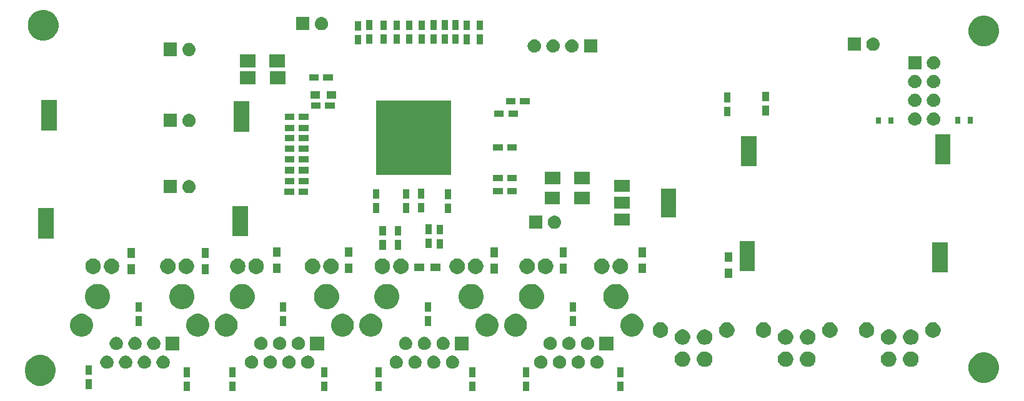
<source format=gbr>
G04 #@! TF.GenerationSoftware,KiCad,Pcbnew,(5.0.2)-1*
G04 #@! TF.CreationDate,2019-03-21T22:25:16+02:00*
G04 #@! TF.ProjectId,AVB switch with Can gateway,41564220-7377-4697-9463-682077697468,v01*
G04 #@! TF.SameCoordinates,Original*
G04 #@! TF.FileFunction,Soldermask,Bot*
G04 #@! TF.FilePolarity,Negative*
%FSLAX46Y46*%
G04 Gerber Fmt 4.6, Leading zero omitted, Abs format (unit mm)*
G04 Created by KiCad (PCBNEW (5.0.2)-1) date 3/21/2019 10:25:16 PM*
%MOMM*%
%LPD*%
G01*
G04 APERTURE LIST*
%ADD10C,0.100000*%
G04 APERTURE END LIST*
D10*
G36*
X177945800Y-98860800D02*
X177094200Y-98860800D01*
X177094200Y-97559200D01*
X177945800Y-97559200D01*
X177945800Y-98860800D01*
X177945800Y-98860800D01*
G37*
G36*
X165155800Y-98860800D02*
X164304200Y-98860800D01*
X164304200Y-97559200D01*
X165155800Y-97559200D01*
X165155800Y-98860800D01*
X165155800Y-98860800D01*
G37*
G36*
X145155800Y-98860800D02*
X144304200Y-98860800D01*
X144304200Y-97559200D01*
X145155800Y-97559200D01*
X145155800Y-98860800D01*
X145155800Y-98860800D01*
G37*
G36*
X157885800Y-98860800D02*
X157034200Y-98860800D01*
X157034200Y-97559200D01*
X157885800Y-97559200D01*
X157885800Y-98860800D01*
X157885800Y-98860800D01*
G37*
G36*
X125395800Y-98860800D02*
X124544200Y-98860800D01*
X124544200Y-97559200D01*
X125395800Y-97559200D01*
X125395800Y-98860800D01*
X125395800Y-98860800D01*
G37*
G36*
X137825800Y-98860800D02*
X136974200Y-98860800D01*
X136974200Y-97559200D01*
X137825800Y-97559200D01*
X137825800Y-98860800D01*
X137825800Y-98860800D01*
G37*
G36*
X119215800Y-98860800D02*
X118364200Y-98860800D01*
X118364200Y-97559200D01*
X119215800Y-97559200D01*
X119215800Y-98860800D01*
X119215800Y-98860800D01*
G37*
G36*
X105905800Y-98585799D02*
X105054200Y-98585799D01*
X105054200Y-97284199D01*
X105905800Y-97284199D01*
X105905800Y-98585799D01*
X105905800Y-98585799D01*
G37*
G36*
X99504527Y-94047240D02*
X99504530Y-94047241D01*
X99504529Y-94047241D01*
X99883575Y-94204246D01*
X99883576Y-94204247D01*
X100224710Y-94432185D01*
X100514814Y-94722289D01*
X100514816Y-94722292D01*
X100742753Y-95063424D01*
X100800465Y-95202754D01*
X100899759Y-95442472D01*
X100979799Y-95844861D01*
X100979799Y-96255139D01*
X100899759Y-96657528D01*
X100899758Y-96657530D01*
X100742753Y-97036576D01*
X100742752Y-97036577D01*
X100514814Y-97377711D01*
X100224710Y-97667815D01*
X100224707Y-97667817D01*
X99883575Y-97895754D01*
X99590399Y-98017191D01*
X99504527Y-98052760D01*
X99102138Y-98132800D01*
X98691860Y-98132800D01*
X98289471Y-98052760D01*
X98203599Y-98017191D01*
X97910423Y-97895754D01*
X97569291Y-97667817D01*
X97569288Y-97667815D01*
X97279184Y-97377711D01*
X97051246Y-97036577D01*
X97051245Y-97036576D01*
X96894240Y-96657530D01*
X96894239Y-96657528D01*
X96814199Y-96255139D01*
X96814199Y-95844861D01*
X96894239Y-95442472D01*
X96993533Y-95202754D01*
X97051245Y-95063424D01*
X97279182Y-94722292D01*
X97279184Y-94722289D01*
X97569288Y-94432185D01*
X97910422Y-94204247D01*
X97910423Y-94204246D01*
X98289469Y-94047241D01*
X98289468Y-94047241D01*
X98289471Y-94047240D01*
X98691860Y-93967200D01*
X99102138Y-93967200D01*
X99504527Y-94047240D01*
X99504527Y-94047240D01*
G37*
G36*
X227387528Y-93687240D02*
X227387531Y-93687241D01*
X227387530Y-93687241D01*
X227766576Y-93844246D01*
X227790384Y-93860154D01*
X228107711Y-94072185D01*
X228397815Y-94362289D01*
X228397817Y-94362292D01*
X228625754Y-94703424D01*
X228686997Y-94851279D01*
X228782760Y-95082472D01*
X228862800Y-95484861D01*
X228862800Y-95895139D01*
X228782760Y-96297528D01*
X228782759Y-96297530D01*
X228625754Y-96676576D01*
X228625753Y-96676577D01*
X228397815Y-97017711D01*
X228107711Y-97307815D01*
X228107708Y-97307817D01*
X227766576Y-97535754D01*
X227473400Y-97657191D01*
X227387528Y-97692760D01*
X226985139Y-97772800D01*
X226574861Y-97772800D01*
X226172472Y-97692760D01*
X226086600Y-97657191D01*
X225793424Y-97535754D01*
X225452292Y-97307817D01*
X225452289Y-97307815D01*
X225162185Y-97017711D01*
X224934247Y-96676577D01*
X224934246Y-96676576D01*
X224777241Y-96297530D01*
X224777240Y-96297528D01*
X224697200Y-95895139D01*
X224697200Y-95484861D01*
X224777240Y-95082472D01*
X224873003Y-94851279D01*
X224934246Y-94703424D01*
X225162183Y-94362292D01*
X225162185Y-94362289D01*
X225452289Y-94072185D01*
X225769616Y-93860154D01*
X225793424Y-93844246D01*
X226172470Y-93687241D01*
X226172469Y-93687241D01*
X226172472Y-93687240D01*
X226574861Y-93607200D01*
X226985139Y-93607200D01*
X227387528Y-93687240D01*
X227387528Y-93687240D01*
G37*
G36*
X125395800Y-96960800D02*
X124544200Y-96960800D01*
X124544200Y-95659200D01*
X125395800Y-95659200D01*
X125395800Y-96960800D01*
X125395800Y-96960800D01*
G37*
G36*
X177945800Y-96960800D02*
X177094200Y-96960800D01*
X177094200Y-95659200D01*
X177945800Y-95659200D01*
X177945800Y-96960800D01*
X177945800Y-96960800D01*
G37*
G36*
X119215800Y-96960800D02*
X118364200Y-96960800D01*
X118364200Y-95659200D01*
X119215800Y-95659200D01*
X119215800Y-96960800D01*
X119215800Y-96960800D01*
G37*
G36*
X165155800Y-96960800D02*
X164304200Y-96960800D01*
X164304200Y-95659200D01*
X165155800Y-95659200D01*
X165155800Y-96960800D01*
X165155800Y-96960800D01*
G37*
G36*
X137825800Y-96960800D02*
X136974200Y-96960800D01*
X136974200Y-95659200D01*
X137825800Y-95659200D01*
X137825800Y-96960800D01*
X137825800Y-96960800D01*
G37*
G36*
X157885800Y-96960800D02*
X157034200Y-96960800D01*
X157034200Y-95659200D01*
X157885800Y-95659200D01*
X157885800Y-96960800D01*
X157885800Y-96960800D01*
G37*
G36*
X145155800Y-96960800D02*
X144304200Y-96960800D01*
X144304200Y-95659200D01*
X145155800Y-95659200D01*
X145155800Y-96960800D01*
X145155800Y-96960800D01*
G37*
G36*
X105905800Y-96685799D02*
X105054200Y-96685799D01*
X105054200Y-95384199D01*
X105905800Y-95384199D01*
X105905800Y-96685799D01*
X105905800Y-96685799D01*
G37*
G36*
X152360807Y-94047240D02*
X152494420Y-94073817D01*
X152658355Y-94141721D01*
X152805893Y-94240303D01*
X152931363Y-94365773D01*
X153029945Y-94513311D01*
X153097849Y-94677246D01*
X153132466Y-94851279D01*
X153132466Y-95028721D01*
X153097849Y-95202754D01*
X153029945Y-95366689D01*
X152931363Y-95514227D01*
X152805893Y-95639697D01*
X152658355Y-95738279D01*
X152494420Y-95806183D01*
X152363895Y-95832146D01*
X152320388Y-95840800D01*
X152142944Y-95840800D01*
X152099437Y-95832146D01*
X151968912Y-95806183D01*
X151804977Y-95738279D01*
X151657439Y-95639697D01*
X151531969Y-95514227D01*
X151433387Y-95366689D01*
X151365483Y-95202754D01*
X151330866Y-95028721D01*
X151330866Y-94851279D01*
X151365483Y-94677246D01*
X151433387Y-94513311D01*
X151531969Y-94365773D01*
X151657439Y-94240303D01*
X151804977Y-94141721D01*
X151968912Y-94073817D01*
X152102525Y-94047240D01*
X152142944Y-94039200D01*
X152320388Y-94039200D01*
X152360807Y-94047240D01*
X152360807Y-94047240D01*
G37*
G36*
X127677474Y-94047240D02*
X127811087Y-94073817D01*
X127975022Y-94141721D01*
X128122560Y-94240303D01*
X128248030Y-94365773D01*
X128346612Y-94513311D01*
X128414516Y-94677246D01*
X128449133Y-94851279D01*
X128449133Y-95028721D01*
X128414516Y-95202754D01*
X128346612Y-95366689D01*
X128248030Y-95514227D01*
X128122560Y-95639697D01*
X127975022Y-95738279D01*
X127811087Y-95806183D01*
X127680562Y-95832146D01*
X127637055Y-95840800D01*
X127459611Y-95840800D01*
X127416104Y-95832146D01*
X127285579Y-95806183D01*
X127121644Y-95738279D01*
X126974106Y-95639697D01*
X126848636Y-95514227D01*
X126750054Y-95366689D01*
X126682150Y-95202754D01*
X126647533Y-95028721D01*
X126647533Y-94851279D01*
X126682150Y-94677246D01*
X126750054Y-94513311D01*
X126848636Y-94365773D01*
X126974106Y-94240303D01*
X127121644Y-94141721D01*
X127285579Y-94073817D01*
X127419192Y-94047240D01*
X127459611Y-94039200D01*
X127637055Y-94039200D01*
X127677474Y-94047240D01*
X127677474Y-94047240D01*
G37*
G36*
X174504141Y-94047240D02*
X174637754Y-94073817D01*
X174801689Y-94141721D01*
X174949227Y-94240303D01*
X175074697Y-94365773D01*
X175173279Y-94513311D01*
X175241183Y-94677246D01*
X175275800Y-94851279D01*
X175275800Y-95028721D01*
X175241183Y-95202754D01*
X175173279Y-95366689D01*
X175074697Y-95514227D01*
X174949227Y-95639697D01*
X174801689Y-95738279D01*
X174637754Y-95806183D01*
X174507229Y-95832146D01*
X174463722Y-95840800D01*
X174286278Y-95840800D01*
X174242771Y-95832146D01*
X174112246Y-95806183D01*
X173948311Y-95738279D01*
X173800773Y-95639697D01*
X173675303Y-95514227D01*
X173576721Y-95366689D01*
X173508817Y-95202754D01*
X173474200Y-95028721D01*
X173474200Y-94851279D01*
X173508817Y-94677246D01*
X173576721Y-94513311D01*
X173675303Y-94365773D01*
X173800773Y-94240303D01*
X173948311Y-94141721D01*
X174112246Y-94073817D01*
X174245859Y-94047240D01*
X174286278Y-94039200D01*
X174463722Y-94039200D01*
X174504141Y-94047240D01*
X174504141Y-94047240D01*
G37*
G36*
X171964141Y-94047240D02*
X172097754Y-94073817D01*
X172261689Y-94141721D01*
X172409227Y-94240303D01*
X172534697Y-94365773D01*
X172633279Y-94513311D01*
X172701183Y-94677246D01*
X172735800Y-94851279D01*
X172735800Y-95028721D01*
X172701183Y-95202754D01*
X172633279Y-95366689D01*
X172534697Y-95514227D01*
X172409227Y-95639697D01*
X172261689Y-95738279D01*
X172097754Y-95806183D01*
X171967229Y-95832146D01*
X171923722Y-95840800D01*
X171746278Y-95840800D01*
X171702771Y-95832146D01*
X171572246Y-95806183D01*
X171408311Y-95738279D01*
X171260773Y-95639697D01*
X171135303Y-95514227D01*
X171036721Y-95366689D01*
X170968817Y-95202754D01*
X170934200Y-95028721D01*
X170934200Y-94851279D01*
X170968817Y-94677246D01*
X171036721Y-94513311D01*
X171135303Y-94365773D01*
X171260773Y-94240303D01*
X171408311Y-94141721D01*
X171572246Y-94073817D01*
X171705859Y-94047240D01*
X171746278Y-94039200D01*
X171923722Y-94039200D01*
X171964141Y-94047240D01*
X171964141Y-94047240D01*
G37*
G36*
X169424141Y-94047240D02*
X169557754Y-94073817D01*
X169721689Y-94141721D01*
X169869227Y-94240303D01*
X169994697Y-94365773D01*
X170093279Y-94513311D01*
X170161183Y-94677246D01*
X170195800Y-94851279D01*
X170195800Y-95028721D01*
X170161183Y-95202754D01*
X170093279Y-95366689D01*
X169994697Y-95514227D01*
X169869227Y-95639697D01*
X169721689Y-95738279D01*
X169557754Y-95806183D01*
X169427229Y-95832146D01*
X169383722Y-95840800D01*
X169206278Y-95840800D01*
X169162771Y-95832146D01*
X169032246Y-95806183D01*
X168868311Y-95738279D01*
X168720773Y-95639697D01*
X168595303Y-95514227D01*
X168496721Y-95366689D01*
X168428817Y-95202754D01*
X168394200Y-95028721D01*
X168394200Y-94851279D01*
X168428817Y-94677246D01*
X168496721Y-94513311D01*
X168595303Y-94365773D01*
X168720773Y-94240303D01*
X168868311Y-94141721D01*
X169032246Y-94073817D01*
X169165859Y-94047240D01*
X169206278Y-94039200D01*
X169383722Y-94039200D01*
X169424141Y-94047240D01*
X169424141Y-94047240D01*
G37*
G36*
X166884141Y-94047240D02*
X167017754Y-94073817D01*
X167181689Y-94141721D01*
X167329227Y-94240303D01*
X167454697Y-94365773D01*
X167553279Y-94513311D01*
X167621183Y-94677246D01*
X167655800Y-94851279D01*
X167655800Y-95028721D01*
X167621183Y-95202754D01*
X167553279Y-95366689D01*
X167454697Y-95514227D01*
X167329227Y-95639697D01*
X167181689Y-95738279D01*
X167017754Y-95806183D01*
X166887229Y-95832146D01*
X166843722Y-95840800D01*
X166666278Y-95840800D01*
X166622771Y-95832146D01*
X166492246Y-95806183D01*
X166328311Y-95738279D01*
X166180773Y-95639697D01*
X166055303Y-95514227D01*
X165956721Y-95366689D01*
X165888817Y-95202754D01*
X165854200Y-95028721D01*
X165854200Y-94851279D01*
X165888817Y-94677246D01*
X165956721Y-94513311D01*
X166055303Y-94365773D01*
X166180773Y-94240303D01*
X166328311Y-94141721D01*
X166492246Y-94073817D01*
X166625859Y-94047240D01*
X166666278Y-94039200D01*
X166843722Y-94039200D01*
X166884141Y-94047240D01*
X166884141Y-94047240D01*
G37*
G36*
X115694141Y-94047240D02*
X115827754Y-94073817D01*
X115991689Y-94141721D01*
X116139227Y-94240303D01*
X116264697Y-94365773D01*
X116363279Y-94513311D01*
X116431183Y-94677246D01*
X116465800Y-94851279D01*
X116465800Y-95028721D01*
X116431183Y-95202754D01*
X116363279Y-95366689D01*
X116264697Y-95514227D01*
X116139227Y-95639697D01*
X115991689Y-95738279D01*
X115827754Y-95806183D01*
X115697229Y-95832146D01*
X115653722Y-95840800D01*
X115476278Y-95840800D01*
X115432771Y-95832146D01*
X115302246Y-95806183D01*
X115138311Y-95738279D01*
X114990773Y-95639697D01*
X114865303Y-95514227D01*
X114766721Y-95366689D01*
X114698817Y-95202754D01*
X114664200Y-95028721D01*
X114664200Y-94851279D01*
X114698817Y-94677246D01*
X114766721Y-94513311D01*
X114865303Y-94365773D01*
X114990773Y-94240303D01*
X115138311Y-94141721D01*
X115302246Y-94073817D01*
X115435859Y-94047240D01*
X115476278Y-94039200D01*
X115653722Y-94039200D01*
X115694141Y-94047240D01*
X115694141Y-94047240D01*
G37*
G36*
X113154141Y-94047240D02*
X113287754Y-94073817D01*
X113451689Y-94141721D01*
X113599227Y-94240303D01*
X113724697Y-94365773D01*
X113823279Y-94513311D01*
X113891183Y-94677246D01*
X113925800Y-94851279D01*
X113925800Y-95028721D01*
X113891183Y-95202754D01*
X113823279Y-95366689D01*
X113724697Y-95514227D01*
X113599227Y-95639697D01*
X113451689Y-95738279D01*
X113287754Y-95806183D01*
X113157229Y-95832146D01*
X113113722Y-95840800D01*
X112936278Y-95840800D01*
X112892771Y-95832146D01*
X112762246Y-95806183D01*
X112598311Y-95738279D01*
X112450773Y-95639697D01*
X112325303Y-95514227D01*
X112226721Y-95366689D01*
X112158817Y-95202754D01*
X112124200Y-95028721D01*
X112124200Y-94851279D01*
X112158817Y-94677246D01*
X112226721Y-94513311D01*
X112325303Y-94365773D01*
X112450773Y-94240303D01*
X112598311Y-94141721D01*
X112762246Y-94073817D01*
X112895859Y-94047240D01*
X112936278Y-94039200D01*
X113113722Y-94039200D01*
X113154141Y-94047240D01*
X113154141Y-94047240D01*
G37*
G36*
X135297474Y-94047240D02*
X135431087Y-94073817D01*
X135595022Y-94141721D01*
X135742560Y-94240303D01*
X135868030Y-94365773D01*
X135966612Y-94513311D01*
X136034516Y-94677246D01*
X136069133Y-94851279D01*
X136069133Y-95028721D01*
X136034516Y-95202754D01*
X135966612Y-95366689D01*
X135868030Y-95514227D01*
X135742560Y-95639697D01*
X135595022Y-95738279D01*
X135431087Y-95806183D01*
X135300562Y-95832146D01*
X135257055Y-95840800D01*
X135079611Y-95840800D01*
X135036104Y-95832146D01*
X134905579Y-95806183D01*
X134741644Y-95738279D01*
X134594106Y-95639697D01*
X134468636Y-95514227D01*
X134370054Y-95366689D01*
X134302150Y-95202754D01*
X134267533Y-95028721D01*
X134267533Y-94851279D01*
X134302150Y-94677246D01*
X134370054Y-94513311D01*
X134468636Y-94365773D01*
X134594106Y-94240303D01*
X134741644Y-94141721D01*
X134905579Y-94073817D01*
X135039192Y-94047240D01*
X135079611Y-94039200D01*
X135257055Y-94039200D01*
X135297474Y-94047240D01*
X135297474Y-94047240D01*
G37*
G36*
X108074141Y-94047240D02*
X108207754Y-94073817D01*
X108371689Y-94141721D01*
X108519227Y-94240303D01*
X108644697Y-94365773D01*
X108743279Y-94513311D01*
X108811183Y-94677246D01*
X108845800Y-94851279D01*
X108845800Y-95028721D01*
X108811183Y-95202754D01*
X108743279Y-95366689D01*
X108644697Y-95514227D01*
X108519227Y-95639697D01*
X108371689Y-95738279D01*
X108207754Y-95806183D01*
X108077229Y-95832146D01*
X108033722Y-95840800D01*
X107856278Y-95840800D01*
X107812771Y-95832146D01*
X107682246Y-95806183D01*
X107518311Y-95738279D01*
X107370773Y-95639697D01*
X107245303Y-95514227D01*
X107146721Y-95366689D01*
X107078817Y-95202754D01*
X107044200Y-95028721D01*
X107044200Y-94851279D01*
X107078817Y-94677246D01*
X107146721Y-94513311D01*
X107245303Y-94365773D01*
X107370773Y-94240303D01*
X107518311Y-94141721D01*
X107682246Y-94073817D01*
X107815859Y-94047240D01*
X107856278Y-94039200D01*
X108033722Y-94039200D01*
X108074141Y-94047240D01*
X108074141Y-94047240D01*
G37*
G36*
X130217474Y-94047240D02*
X130351087Y-94073817D01*
X130515022Y-94141721D01*
X130662560Y-94240303D01*
X130788030Y-94365773D01*
X130886612Y-94513311D01*
X130954516Y-94677246D01*
X130989133Y-94851279D01*
X130989133Y-95028721D01*
X130954516Y-95202754D01*
X130886612Y-95366689D01*
X130788030Y-95514227D01*
X130662560Y-95639697D01*
X130515022Y-95738279D01*
X130351087Y-95806183D01*
X130220562Y-95832146D01*
X130177055Y-95840800D01*
X129999611Y-95840800D01*
X129956104Y-95832146D01*
X129825579Y-95806183D01*
X129661644Y-95738279D01*
X129514106Y-95639697D01*
X129388636Y-95514227D01*
X129290054Y-95366689D01*
X129222150Y-95202754D01*
X129187533Y-95028721D01*
X129187533Y-94851279D01*
X129222150Y-94677246D01*
X129290054Y-94513311D01*
X129388636Y-94365773D01*
X129514106Y-94240303D01*
X129661644Y-94141721D01*
X129825579Y-94073817D01*
X129959192Y-94047240D01*
X129999611Y-94039200D01*
X130177055Y-94039200D01*
X130217474Y-94047240D01*
X130217474Y-94047240D01*
G37*
G36*
X132757474Y-94047240D02*
X132891087Y-94073817D01*
X133055022Y-94141721D01*
X133202560Y-94240303D01*
X133328030Y-94365773D01*
X133426612Y-94513311D01*
X133494516Y-94677246D01*
X133529133Y-94851279D01*
X133529133Y-95028721D01*
X133494516Y-95202754D01*
X133426612Y-95366689D01*
X133328030Y-95514227D01*
X133202560Y-95639697D01*
X133055022Y-95738279D01*
X132891087Y-95806183D01*
X132760562Y-95832146D01*
X132717055Y-95840800D01*
X132539611Y-95840800D01*
X132496104Y-95832146D01*
X132365579Y-95806183D01*
X132201644Y-95738279D01*
X132054106Y-95639697D01*
X131928636Y-95514227D01*
X131830054Y-95366689D01*
X131762150Y-95202754D01*
X131727533Y-95028721D01*
X131727533Y-94851279D01*
X131762150Y-94677246D01*
X131830054Y-94513311D01*
X131928636Y-94365773D01*
X132054106Y-94240303D01*
X132201644Y-94141721D01*
X132365579Y-94073817D01*
X132499192Y-94047240D01*
X132539611Y-94039200D01*
X132717055Y-94039200D01*
X132757474Y-94047240D01*
X132757474Y-94047240D01*
G37*
G36*
X154900807Y-94047240D02*
X155034420Y-94073817D01*
X155198355Y-94141721D01*
X155345893Y-94240303D01*
X155471363Y-94365773D01*
X155569945Y-94513311D01*
X155637849Y-94677246D01*
X155672466Y-94851279D01*
X155672466Y-95028721D01*
X155637849Y-95202754D01*
X155569945Y-95366689D01*
X155471363Y-95514227D01*
X155345893Y-95639697D01*
X155198355Y-95738279D01*
X155034420Y-95806183D01*
X154903895Y-95832146D01*
X154860388Y-95840800D01*
X154682944Y-95840800D01*
X154639437Y-95832146D01*
X154508912Y-95806183D01*
X154344977Y-95738279D01*
X154197439Y-95639697D01*
X154071969Y-95514227D01*
X153973387Y-95366689D01*
X153905483Y-95202754D01*
X153870866Y-95028721D01*
X153870866Y-94851279D01*
X153905483Y-94677246D01*
X153973387Y-94513311D01*
X154071969Y-94365773D01*
X154197439Y-94240303D01*
X154344977Y-94141721D01*
X154508912Y-94073817D01*
X154642525Y-94047240D01*
X154682944Y-94039200D01*
X154860388Y-94039200D01*
X154900807Y-94047240D01*
X154900807Y-94047240D01*
G37*
G36*
X149820807Y-94047240D02*
X149954420Y-94073817D01*
X150118355Y-94141721D01*
X150265893Y-94240303D01*
X150391363Y-94365773D01*
X150489945Y-94513311D01*
X150557849Y-94677246D01*
X150592466Y-94851279D01*
X150592466Y-95028721D01*
X150557849Y-95202754D01*
X150489945Y-95366689D01*
X150391363Y-95514227D01*
X150265893Y-95639697D01*
X150118355Y-95738279D01*
X149954420Y-95806183D01*
X149823895Y-95832146D01*
X149780388Y-95840800D01*
X149602944Y-95840800D01*
X149559437Y-95832146D01*
X149428912Y-95806183D01*
X149264977Y-95738279D01*
X149117439Y-95639697D01*
X148991969Y-95514227D01*
X148893387Y-95366689D01*
X148825483Y-95202754D01*
X148790866Y-95028721D01*
X148790866Y-94851279D01*
X148825483Y-94677246D01*
X148893387Y-94513311D01*
X148991969Y-94365773D01*
X149117439Y-94240303D01*
X149264977Y-94141721D01*
X149428912Y-94073817D01*
X149562525Y-94047240D01*
X149602944Y-94039200D01*
X149780388Y-94039200D01*
X149820807Y-94047240D01*
X149820807Y-94047240D01*
G37*
G36*
X147280807Y-94047240D02*
X147414420Y-94073817D01*
X147578355Y-94141721D01*
X147725893Y-94240303D01*
X147851363Y-94365773D01*
X147949945Y-94513311D01*
X148017849Y-94677246D01*
X148052466Y-94851279D01*
X148052466Y-95028721D01*
X148017849Y-95202754D01*
X147949945Y-95366689D01*
X147851363Y-95514227D01*
X147725893Y-95639697D01*
X147578355Y-95738279D01*
X147414420Y-95806183D01*
X147283895Y-95832146D01*
X147240388Y-95840800D01*
X147062944Y-95840800D01*
X147019437Y-95832146D01*
X146888912Y-95806183D01*
X146724977Y-95738279D01*
X146577439Y-95639697D01*
X146451969Y-95514227D01*
X146353387Y-95366689D01*
X146285483Y-95202754D01*
X146250866Y-95028721D01*
X146250866Y-94851279D01*
X146285483Y-94677246D01*
X146353387Y-94513311D01*
X146451969Y-94365773D01*
X146577439Y-94240303D01*
X146724977Y-94141721D01*
X146888912Y-94073817D01*
X147022525Y-94047240D01*
X147062944Y-94039200D01*
X147240388Y-94039200D01*
X147280807Y-94047240D01*
X147280807Y-94047240D01*
G37*
G36*
X110614141Y-94047240D02*
X110747754Y-94073817D01*
X110911689Y-94141721D01*
X111059227Y-94240303D01*
X111184697Y-94365773D01*
X111283279Y-94513311D01*
X111351183Y-94677246D01*
X111385800Y-94851279D01*
X111385800Y-95028721D01*
X111351183Y-95202754D01*
X111283279Y-95366689D01*
X111184697Y-95514227D01*
X111059227Y-95639697D01*
X110911689Y-95738279D01*
X110747754Y-95806183D01*
X110617229Y-95832146D01*
X110573722Y-95840800D01*
X110396278Y-95840800D01*
X110352771Y-95832146D01*
X110222246Y-95806183D01*
X110058311Y-95738279D01*
X109910773Y-95639697D01*
X109785303Y-95514227D01*
X109686721Y-95366689D01*
X109618817Y-95202754D01*
X109584200Y-95028721D01*
X109584200Y-94851279D01*
X109618817Y-94677246D01*
X109686721Y-94513311D01*
X109785303Y-94365773D01*
X109910773Y-94240303D01*
X110058311Y-94141721D01*
X110222246Y-94073817D01*
X110355859Y-94047240D01*
X110396278Y-94039200D01*
X110573722Y-94039200D01*
X110614141Y-94047240D01*
X110614141Y-94047240D01*
G37*
G36*
X217198507Y-93519582D02*
X217389740Y-93598793D01*
X217522110Y-93687240D01*
X217561849Y-93713793D01*
X217708207Y-93860151D01*
X217708209Y-93860154D01*
X217823207Y-94032260D01*
X217902418Y-94223493D01*
X217942800Y-94426505D01*
X217942800Y-94633495D01*
X217902418Y-94836507D01*
X217823207Y-95027740D01*
X217786637Y-95082470D01*
X217708207Y-95199849D01*
X217561849Y-95346207D01*
X217561846Y-95346209D01*
X217389740Y-95461207D01*
X217198507Y-95540418D01*
X216995495Y-95580800D01*
X216788505Y-95580800D01*
X216585493Y-95540418D01*
X216394260Y-95461207D01*
X216222154Y-95346209D01*
X216222151Y-95346207D01*
X216075793Y-95199849D01*
X215997363Y-95082470D01*
X215960793Y-95027740D01*
X215881582Y-94836507D01*
X215841200Y-94633495D01*
X215841200Y-94426505D01*
X215881582Y-94223493D01*
X215960793Y-94032260D01*
X216075791Y-93860154D01*
X216075793Y-93860151D01*
X216222151Y-93713793D01*
X216261890Y-93687240D01*
X216394260Y-93598793D01*
X216585493Y-93519582D01*
X216788505Y-93479200D01*
X216995495Y-93479200D01*
X217198507Y-93519582D01*
X217198507Y-93519582D01*
G37*
G36*
X186258507Y-93519582D02*
X186449740Y-93598793D01*
X186582110Y-93687240D01*
X186621849Y-93713793D01*
X186768207Y-93860151D01*
X186768209Y-93860154D01*
X186883207Y-94032260D01*
X186962418Y-94223493D01*
X187002800Y-94426505D01*
X187002800Y-94633495D01*
X186962418Y-94836507D01*
X186883207Y-95027740D01*
X186846637Y-95082470D01*
X186768207Y-95199849D01*
X186621849Y-95346207D01*
X186621846Y-95346209D01*
X186449740Y-95461207D01*
X186258507Y-95540418D01*
X186055495Y-95580800D01*
X185848505Y-95580800D01*
X185645493Y-95540418D01*
X185454260Y-95461207D01*
X185282154Y-95346209D01*
X185282151Y-95346207D01*
X185135793Y-95199849D01*
X185057363Y-95082470D01*
X185020793Y-95027740D01*
X184941582Y-94836507D01*
X184901200Y-94633495D01*
X184901200Y-94426505D01*
X184941582Y-94223493D01*
X185020793Y-94032260D01*
X185135791Y-93860154D01*
X185135793Y-93860151D01*
X185282151Y-93713793D01*
X185321890Y-93687240D01*
X185454260Y-93598793D01*
X185645493Y-93519582D01*
X185848505Y-93479200D01*
X186055495Y-93479200D01*
X186258507Y-93519582D01*
X186258507Y-93519582D01*
G37*
G36*
X189258507Y-93519582D02*
X189449740Y-93598793D01*
X189582110Y-93687240D01*
X189621849Y-93713793D01*
X189768207Y-93860151D01*
X189768209Y-93860154D01*
X189883207Y-94032260D01*
X189962418Y-94223493D01*
X190002800Y-94426505D01*
X190002800Y-94633495D01*
X189962418Y-94836507D01*
X189883207Y-95027740D01*
X189846637Y-95082470D01*
X189768207Y-95199849D01*
X189621849Y-95346207D01*
X189621846Y-95346209D01*
X189449740Y-95461207D01*
X189258507Y-95540418D01*
X189055495Y-95580800D01*
X188848505Y-95580800D01*
X188645493Y-95540418D01*
X188454260Y-95461207D01*
X188282154Y-95346209D01*
X188282151Y-95346207D01*
X188135793Y-95199849D01*
X188057363Y-95082470D01*
X188020793Y-95027740D01*
X187941582Y-94836507D01*
X187901200Y-94633495D01*
X187901200Y-94426505D01*
X187941582Y-94223493D01*
X188020793Y-94032260D01*
X188135791Y-93860154D01*
X188135793Y-93860151D01*
X188282151Y-93713793D01*
X188321890Y-93687240D01*
X188454260Y-93598793D01*
X188645493Y-93519582D01*
X188848505Y-93479200D01*
X189055495Y-93479200D01*
X189258507Y-93519582D01*
X189258507Y-93519582D01*
G37*
G36*
X214198507Y-93519582D02*
X214389740Y-93598793D01*
X214522110Y-93687240D01*
X214561849Y-93713793D01*
X214708207Y-93860151D01*
X214708209Y-93860154D01*
X214823207Y-94032260D01*
X214902418Y-94223493D01*
X214942800Y-94426505D01*
X214942800Y-94633495D01*
X214902418Y-94836507D01*
X214823207Y-95027740D01*
X214786637Y-95082470D01*
X214708207Y-95199849D01*
X214561849Y-95346207D01*
X214561846Y-95346209D01*
X214389740Y-95461207D01*
X214198507Y-95540418D01*
X213995495Y-95580800D01*
X213788505Y-95580800D01*
X213585493Y-95540418D01*
X213394260Y-95461207D01*
X213222154Y-95346209D01*
X213222151Y-95346207D01*
X213075793Y-95199849D01*
X212997363Y-95082470D01*
X212960793Y-95027740D01*
X212881582Y-94836507D01*
X212841200Y-94633495D01*
X212841200Y-94426505D01*
X212881582Y-94223493D01*
X212960793Y-94032260D01*
X213075791Y-93860154D01*
X213075793Y-93860151D01*
X213222151Y-93713793D01*
X213261890Y-93687240D01*
X213394260Y-93598793D01*
X213585493Y-93519582D01*
X213788505Y-93479200D01*
X213995495Y-93479200D01*
X214198507Y-93519582D01*
X214198507Y-93519582D01*
G37*
G36*
X203228507Y-93519582D02*
X203419740Y-93598793D01*
X203552110Y-93687240D01*
X203591849Y-93713793D01*
X203738207Y-93860151D01*
X203738209Y-93860154D01*
X203853207Y-94032260D01*
X203932418Y-94223493D01*
X203972800Y-94426505D01*
X203972800Y-94633495D01*
X203932418Y-94836507D01*
X203853207Y-95027740D01*
X203816637Y-95082470D01*
X203738207Y-95199849D01*
X203591849Y-95346207D01*
X203591846Y-95346209D01*
X203419740Y-95461207D01*
X203228507Y-95540418D01*
X203025495Y-95580800D01*
X202818505Y-95580800D01*
X202615493Y-95540418D01*
X202424260Y-95461207D01*
X202252154Y-95346209D01*
X202252151Y-95346207D01*
X202105793Y-95199849D01*
X202027363Y-95082470D01*
X201990793Y-95027740D01*
X201911582Y-94836507D01*
X201871200Y-94633495D01*
X201871200Y-94426505D01*
X201911582Y-94223493D01*
X201990793Y-94032260D01*
X202105791Y-93860154D01*
X202105793Y-93860151D01*
X202252151Y-93713793D01*
X202291890Y-93687240D01*
X202424260Y-93598793D01*
X202615493Y-93519582D01*
X202818505Y-93479200D01*
X203025495Y-93479200D01*
X203228507Y-93519582D01*
X203228507Y-93519582D01*
G37*
G36*
X200228507Y-93519582D02*
X200419740Y-93598793D01*
X200552110Y-93687240D01*
X200591849Y-93713793D01*
X200738207Y-93860151D01*
X200738209Y-93860154D01*
X200853207Y-94032260D01*
X200932418Y-94223493D01*
X200972800Y-94426505D01*
X200972800Y-94633495D01*
X200932418Y-94836507D01*
X200853207Y-95027740D01*
X200816637Y-95082470D01*
X200738207Y-95199849D01*
X200591849Y-95346207D01*
X200591846Y-95346209D01*
X200419740Y-95461207D01*
X200228507Y-95540418D01*
X200025495Y-95580800D01*
X199818505Y-95580800D01*
X199615493Y-95540418D01*
X199424260Y-95461207D01*
X199252154Y-95346209D01*
X199252151Y-95346207D01*
X199105793Y-95199849D01*
X199027363Y-95082470D01*
X198990793Y-95027740D01*
X198911582Y-94836507D01*
X198871200Y-94633495D01*
X198871200Y-94426505D01*
X198911582Y-94223493D01*
X198990793Y-94032260D01*
X199105791Y-93860154D01*
X199105793Y-93860151D01*
X199252151Y-93713793D01*
X199291890Y-93687240D01*
X199424260Y-93598793D01*
X199615493Y-93519582D01*
X199818505Y-93479200D01*
X200025495Y-93479200D01*
X200228507Y-93519582D01*
X200228507Y-93519582D01*
G37*
G36*
X117785800Y-93350800D02*
X115884200Y-93350800D01*
X115884200Y-91449200D01*
X117785800Y-91449200D01*
X117785800Y-93350800D01*
X117785800Y-93350800D01*
G37*
G36*
X156992466Y-93350800D02*
X155090866Y-93350800D01*
X155090866Y-91449200D01*
X156992466Y-91449200D01*
X156992466Y-93350800D01*
X156992466Y-93350800D01*
G37*
G36*
X176595800Y-93350800D02*
X174694200Y-93350800D01*
X174694200Y-91449200D01*
X176595800Y-91449200D01*
X176595800Y-93350800D01*
X176595800Y-93350800D01*
G37*
G36*
X137389133Y-93350800D02*
X135487533Y-93350800D01*
X135487533Y-91449200D01*
X137389133Y-91449200D01*
X137389133Y-93350800D01*
X137389133Y-93350800D01*
G37*
G36*
X114427229Y-91507854D02*
X114557754Y-91533817D01*
X114721689Y-91601721D01*
X114869227Y-91700303D01*
X114994697Y-91825773D01*
X115093279Y-91973311D01*
X115161183Y-92137246D01*
X115195800Y-92311279D01*
X115195800Y-92488721D01*
X115161183Y-92662754D01*
X115093279Y-92826689D01*
X114994697Y-92974227D01*
X114869227Y-93099697D01*
X114721689Y-93198279D01*
X114557754Y-93266183D01*
X114427229Y-93292146D01*
X114383722Y-93300800D01*
X114206278Y-93300800D01*
X114162771Y-93292146D01*
X114032246Y-93266183D01*
X113868311Y-93198279D01*
X113720773Y-93099697D01*
X113595303Y-92974227D01*
X113496721Y-92826689D01*
X113428817Y-92662754D01*
X113394200Y-92488721D01*
X113394200Y-92311279D01*
X113428817Y-92137246D01*
X113496721Y-91973311D01*
X113595303Y-91825773D01*
X113720773Y-91700303D01*
X113868311Y-91601721D01*
X114032246Y-91533817D01*
X114162771Y-91507854D01*
X114206278Y-91499200D01*
X114383722Y-91499200D01*
X114427229Y-91507854D01*
X114427229Y-91507854D01*
G37*
G36*
X134030562Y-91507854D02*
X134161087Y-91533817D01*
X134325022Y-91601721D01*
X134472560Y-91700303D01*
X134598030Y-91825773D01*
X134696612Y-91973311D01*
X134764516Y-92137246D01*
X134799133Y-92311279D01*
X134799133Y-92488721D01*
X134764516Y-92662754D01*
X134696612Y-92826689D01*
X134598030Y-92974227D01*
X134472560Y-93099697D01*
X134325022Y-93198279D01*
X134161087Y-93266183D01*
X134030562Y-93292146D01*
X133987055Y-93300800D01*
X133809611Y-93300800D01*
X133766104Y-93292146D01*
X133635579Y-93266183D01*
X133471644Y-93198279D01*
X133324106Y-93099697D01*
X133198636Y-92974227D01*
X133100054Y-92826689D01*
X133032150Y-92662754D01*
X132997533Y-92488721D01*
X132997533Y-92311279D01*
X133032150Y-92137246D01*
X133100054Y-91973311D01*
X133198636Y-91825773D01*
X133324106Y-91700303D01*
X133471644Y-91601721D01*
X133635579Y-91533817D01*
X133766104Y-91507854D01*
X133809611Y-91499200D01*
X133987055Y-91499200D01*
X134030562Y-91507854D01*
X134030562Y-91507854D01*
G37*
G36*
X131490562Y-91507854D02*
X131621087Y-91533817D01*
X131785022Y-91601721D01*
X131932560Y-91700303D01*
X132058030Y-91825773D01*
X132156612Y-91973311D01*
X132224516Y-92137246D01*
X132259133Y-92311279D01*
X132259133Y-92488721D01*
X132224516Y-92662754D01*
X132156612Y-92826689D01*
X132058030Y-92974227D01*
X131932560Y-93099697D01*
X131785022Y-93198279D01*
X131621087Y-93266183D01*
X131490562Y-93292146D01*
X131447055Y-93300800D01*
X131269611Y-93300800D01*
X131226104Y-93292146D01*
X131095579Y-93266183D01*
X130931644Y-93198279D01*
X130784106Y-93099697D01*
X130658636Y-92974227D01*
X130560054Y-92826689D01*
X130492150Y-92662754D01*
X130457533Y-92488721D01*
X130457533Y-92311279D01*
X130492150Y-92137246D01*
X130560054Y-91973311D01*
X130658636Y-91825773D01*
X130784106Y-91700303D01*
X130931644Y-91601721D01*
X131095579Y-91533817D01*
X131226104Y-91507854D01*
X131269611Y-91499200D01*
X131447055Y-91499200D01*
X131490562Y-91507854D01*
X131490562Y-91507854D01*
G37*
G36*
X109347229Y-91507854D02*
X109477754Y-91533817D01*
X109641689Y-91601721D01*
X109789227Y-91700303D01*
X109914697Y-91825773D01*
X110013279Y-91973311D01*
X110081183Y-92137246D01*
X110115800Y-92311279D01*
X110115800Y-92488721D01*
X110081183Y-92662754D01*
X110013279Y-92826689D01*
X109914697Y-92974227D01*
X109789227Y-93099697D01*
X109641689Y-93198279D01*
X109477754Y-93266183D01*
X109347229Y-93292146D01*
X109303722Y-93300800D01*
X109126278Y-93300800D01*
X109082771Y-93292146D01*
X108952246Y-93266183D01*
X108788311Y-93198279D01*
X108640773Y-93099697D01*
X108515303Y-92974227D01*
X108416721Y-92826689D01*
X108348817Y-92662754D01*
X108314200Y-92488721D01*
X108314200Y-92311279D01*
X108348817Y-92137246D01*
X108416721Y-91973311D01*
X108515303Y-91825773D01*
X108640773Y-91700303D01*
X108788311Y-91601721D01*
X108952246Y-91533817D01*
X109082771Y-91507854D01*
X109126278Y-91499200D01*
X109303722Y-91499200D01*
X109347229Y-91507854D01*
X109347229Y-91507854D01*
G37*
G36*
X111887229Y-91507854D02*
X112017754Y-91533817D01*
X112181689Y-91601721D01*
X112329227Y-91700303D01*
X112454697Y-91825773D01*
X112553279Y-91973311D01*
X112621183Y-92137246D01*
X112655800Y-92311279D01*
X112655800Y-92488721D01*
X112621183Y-92662754D01*
X112553279Y-92826689D01*
X112454697Y-92974227D01*
X112329227Y-93099697D01*
X112181689Y-93198279D01*
X112017754Y-93266183D01*
X111887229Y-93292146D01*
X111843722Y-93300800D01*
X111666278Y-93300800D01*
X111622771Y-93292146D01*
X111492246Y-93266183D01*
X111328311Y-93198279D01*
X111180773Y-93099697D01*
X111055303Y-92974227D01*
X110956721Y-92826689D01*
X110888817Y-92662754D01*
X110854200Y-92488721D01*
X110854200Y-92311279D01*
X110888817Y-92137246D01*
X110956721Y-91973311D01*
X111055303Y-91825773D01*
X111180773Y-91700303D01*
X111328311Y-91601721D01*
X111492246Y-91533817D01*
X111622771Y-91507854D01*
X111666278Y-91499200D01*
X111843722Y-91499200D01*
X111887229Y-91507854D01*
X111887229Y-91507854D01*
G37*
G36*
X128950562Y-91507854D02*
X129081087Y-91533817D01*
X129245022Y-91601721D01*
X129392560Y-91700303D01*
X129518030Y-91825773D01*
X129616612Y-91973311D01*
X129684516Y-92137246D01*
X129719133Y-92311279D01*
X129719133Y-92488721D01*
X129684516Y-92662754D01*
X129616612Y-92826689D01*
X129518030Y-92974227D01*
X129392560Y-93099697D01*
X129245022Y-93198279D01*
X129081087Y-93266183D01*
X128950562Y-93292146D01*
X128907055Y-93300800D01*
X128729611Y-93300800D01*
X128686104Y-93292146D01*
X128555579Y-93266183D01*
X128391644Y-93198279D01*
X128244106Y-93099697D01*
X128118636Y-92974227D01*
X128020054Y-92826689D01*
X127952150Y-92662754D01*
X127917533Y-92488721D01*
X127917533Y-92311279D01*
X127952150Y-92137246D01*
X128020054Y-91973311D01*
X128118636Y-91825773D01*
X128244106Y-91700303D01*
X128391644Y-91601721D01*
X128555579Y-91533817D01*
X128686104Y-91507854D01*
X128729611Y-91499200D01*
X128907055Y-91499200D01*
X128950562Y-91507854D01*
X128950562Y-91507854D01*
G37*
G36*
X173237229Y-91507854D02*
X173367754Y-91533817D01*
X173531689Y-91601721D01*
X173679227Y-91700303D01*
X173804697Y-91825773D01*
X173903279Y-91973311D01*
X173971183Y-92137246D01*
X174005800Y-92311279D01*
X174005800Y-92488721D01*
X173971183Y-92662754D01*
X173903279Y-92826689D01*
X173804697Y-92974227D01*
X173679227Y-93099697D01*
X173531689Y-93198279D01*
X173367754Y-93266183D01*
X173237229Y-93292146D01*
X173193722Y-93300800D01*
X173016278Y-93300800D01*
X172972771Y-93292146D01*
X172842246Y-93266183D01*
X172678311Y-93198279D01*
X172530773Y-93099697D01*
X172405303Y-92974227D01*
X172306721Y-92826689D01*
X172238817Y-92662754D01*
X172204200Y-92488721D01*
X172204200Y-92311279D01*
X172238817Y-92137246D01*
X172306721Y-91973311D01*
X172405303Y-91825773D01*
X172530773Y-91700303D01*
X172678311Y-91601721D01*
X172842246Y-91533817D01*
X172972771Y-91507854D01*
X173016278Y-91499200D01*
X173193722Y-91499200D01*
X173237229Y-91507854D01*
X173237229Y-91507854D01*
G37*
G36*
X170697229Y-91507854D02*
X170827754Y-91533817D01*
X170991689Y-91601721D01*
X171139227Y-91700303D01*
X171264697Y-91825773D01*
X171363279Y-91973311D01*
X171431183Y-92137246D01*
X171465800Y-92311279D01*
X171465800Y-92488721D01*
X171431183Y-92662754D01*
X171363279Y-92826689D01*
X171264697Y-92974227D01*
X171139227Y-93099697D01*
X170991689Y-93198279D01*
X170827754Y-93266183D01*
X170697229Y-93292146D01*
X170653722Y-93300800D01*
X170476278Y-93300800D01*
X170432771Y-93292146D01*
X170302246Y-93266183D01*
X170138311Y-93198279D01*
X169990773Y-93099697D01*
X169865303Y-92974227D01*
X169766721Y-92826689D01*
X169698817Y-92662754D01*
X169664200Y-92488721D01*
X169664200Y-92311279D01*
X169698817Y-92137246D01*
X169766721Y-91973311D01*
X169865303Y-91825773D01*
X169990773Y-91700303D01*
X170138311Y-91601721D01*
X170302246Y-91533817D01*
X170432771Y-91507854D01*
X170476278Y-91499200D01*
X170653722Y-91499200D01*
X170697229Y-91507854D01*
X170697229Y-91507854D01*
G37*
G36*
X148553895Y-91507854D02*
X148684420Y-91533817D01*
X148848355Y-91601721D01*
X148995893Y-91700303D01*
X149121363Y-91825773D01*
X149219945Y-91973311D01*
X149287849Y-92137246D01*
X149322466Y-92311279D01*
X149322466Y-92488721D01*
X149287849Y-92662754D01*
X149219945Y-92826689D01*
X149121363Y-92974227D01*
X148995893Y-93099697D01*
X148848355Y-93198279D01*
X148684420Y-93266183D01*
X148553895Y-93292146D01*
X148510388Y-93300800D01*
X148332944Y-93300800D01*
X148289437Y-93292146D01*
X148158912Y-93266183D01*
X147994977Y-93198279D01*
X147847439Y-93099697D01*
X147721969Y-92974227D01*
X147623387Y-92826689D01*
X147555483Y-92662754D01*
X147520866Y-92488721D01*
X147520866Y-92311279D01*
X147555483Y-92137246D01*
X147623387Y-91973311D01*
X147721969Y-91825773D01*
X147847439Y-91700303D01*
X147994977Y-91601721D01*
X148158912Y-91533817D01*
X148289437Y-91507854D01*
X148332944Y-91499200D01*
X148510388Y-91499200D01*
X148553895Y-91507854D01*
X148553895Y-91507854D01*
G37*
G36*
X168157229Y-91507854D02*
X168287754Y-91533817D01*
X168451689Y-91601721D01*
X168599227Y-91700303D01*
X168724697Y-91825773D01*
X168823279Y-91973311D01*
X168891183Y-92137246D01*
X168925800Y-92311279D01*
X168925800Y-92488721D01*
X168891183Y-92662754D01*
X168823279Y-92826689D01*
X168724697Y-92974227D01*
X168599227Y-93099697D01*
X168451689Y-93198279D01*
X168287754Y-93266183D01*
X168157229Y-93292146D01*
X168113722Y-93300800D01*
X167936278Y-93300800D01*
X167892771Y-93292146D01*
X167762246Y-93266183D01*
X167598311Y-93198279D01*
X167450773Y-93099697D01*
X167325303Y-92974227D01*
X167226721Y-92826689D01*
X167158817Y-92662754D01*
X167124200Y-92488721D01*
X167124200Y-92311279D01*
X167158817Y-92137246D01*
X167226721Y-91973311D01*
X167325303Y-91825773D01*
X167450773Y-91700303D01*
X167598311Y-91601721D01*
X167762246Y-91533817D01*
X167892771Y-91507854D01*
X167936278Y-91499200D01*
X168113722Y-91499200D01*
X168157229Y-91507854D01*
X168157229Y-91507854D01*
G37*
G36*
X153633895Y-91507854D02*
X153764420Y-91533817D01*
X153928355Y-91601721D01*
X154075893Y-91700303D01*
X154201363Y-91825773D01*
X154299945Y-91973311D01*
X154367849Y-92137246D01*
X154402466Y-92311279D01*
X154402466Y-92488721D01*
X154367849Y-92662754D01*
X154299945Y-92826689D01*
X154201363Y-92974227D01*
X154075893Y-93099697D01*
X153928355Y-93198279D01*
X153764420Y-93266183D01*
X153633895Y-93292146D01*
X153590388Y-93300800D01*
X153412944Y-93300800D01*
X153369437Y-93292146D01*
X153238912Y-93266183D01*
X153074977Y-93198279D01*
X152927439Y-93099697D01*
X152801969Y-92974227D01*
X152703387Y-92826689D01*
X152635483Y-92662754D01*
X152600866Y-92488721D01*
X152600866Y-92311279D01*
X152635483Y-92137246D01*
X152703387Y-91973311D01*
X152801969Y-91825773D01*
X152927439Y-91700303D01*
X153074977Y-91601721D01*
X153238912Y-91533817D01*
X153369437Y-91507854D01*
X153412944Y-91499200D01*
X153590388Y-91499200D01*
X153633895Y-91507854D01*
X153633895Y-91507854D01*
G37*
G36*
X151093895Y-91507854D02*
X151224420Y-91533817D01*
X151388355Y-91601721D01*
X151535893Y-91700303D01*
X151661363Y-91825773D01*
X151759945Y-91973311D01*
X151827849Y-92137246D01*
X151862466Y-92311279D01*
X151862466Y-92488721D01*
X151827849Y-92662754D01*
X151759945Y-92826689D01*
X151661363Y-92974227D01*
X151535893Y-93099697D01*
X151388355Y-93198279D01*
X151224420Y-93266183D01*
X151093895Y-93292146D01*
X151050388Y-93300800D01*
X150872944Y-93300800D01*
X150829437Y-93292146D01*
X150698912Y-93266183D01*
X150534977Y-93198279D01*
X150387439Y-93099697D01*
X150261969Y-92974227D01*
X150163387Y-92826689D01*
X150095483Y-92662754D01*
X150060866Y-92488721D01*
X150060866Y-92311279D01*
X150095483Y-92137246D01*
X150163387Y-91973311D01*
X150261969Y-91825773D01*
X150387439Y-91700303D01*
X150534977Y-91601721D01*
X150698912Y-91533817D01*
X150829437Y-91507854D01*
X150872944Y-91499200D01*
X151050388Y-91499200D01*
X151093895Y-91507854D01*
X151093895Y-91507854D01*
G37*
G36*
X203228507Y-90519582D02*
X203419740Y-90598793D01*
X203561471Y-90693495D01*
X203591849Y-90713793D01*
X203738207Y-90860151D01*
X203738209Y-90860154D01*
X203853207Y-91032260D01*
X203932418Y-91223493D01*
X203972800Y-91426505D01*
X203972800Y-91633495D01*
X203932418Y-91836507D01*
X203853207Y-92027740D01*
X203780037Y-92137246D01*
X203738207Y-92199849D01*
X203591849Y-92346207D01*
X203591846Y-92346209D01*
X203419740Y-92461207D01*
X203228507Y-92540418D01*
X203025495Y-92580800D01*
X202818505Y-92580800D01*
X202615493Y-92540418D01*
X202424260Y-92461207D01*
X202252154Y-92346209D01*
X202252151Y-92346207D01*
X202105793Y-92199849D01*
X202063963Y-92137246D01*
X201990793Y-92027740D01*
X201911582Y-91836507D01*
X201871200Y-91633495D01*
X201871200Y-91426505D01*
X201911582Y-91223493D01*
X201990793Y-91032260D01*
X202105791Y-90860154D01*
X202105793Y-90860151D01*
X202252151Y-90713793D01*
X202282529Y-90693495D01*
X202424260Y-90598793D01*
X202615493Y-90519582D01*
X202818505Y-90479200D01*
X203025495Y-90479200D01*
X203228507Y-90519582D01*
X203228507Y-90519582D01*
G37*
G36*
X200228507Y-90519582D02*
X200419740Y-90598793D01*
X200561471Y-90693495D01*
X200591849Y-90713793D01*
X200738207Y-90860151D01*
X200738209Y-90860154D01*
X200853207Y-91032260D01*
X200932418Y-91223493D01*
X200972800Y-91426505D01*
X200972800Y-91633495D01*
X200932418Y-91836507D01*
X200853207Y-92027740D01*
X200780037Y-92137246D01*
X200738207Y-92199849D01*
X200591849Y-92346207D01*
X200591846Y-92346209D01*
X200419740Y-92461207D01*
X200228507Y-92540418D01*
X200025495Y-92580800D01*
X199818505Y-92580800D01*
X199615493Y-92540418D01*
X199424260Y-92461207D01*
X199252154Y-92346209D01*
X199252151Y-92346207D01*
X199105793Y-92199849D01*
X199063963Y-92137246D01*
X198990793Y-92027740D01*
X198911582Y-91836507D01*
X198871200Y-91633495D01*
X198871200Y-91426505D01*
X198911582Y-91223493D01*
X198990793Y-91032260D01*
X199105791Y-90860154D01*
X199105793Y-90860151D01*
X199252151Y-90713793D01*
X199282529Y-90693495D01*
X199424260Y-90598793D01*
X199615493Y-90519582D01*
X199818505Y-90479200D01*
X200025495Y-90479200D01*
X200228507Y-90519582D01*
X200228507Y-90519582D01*
G37*
G36*
X189258507Y-90519582D02*
X189449740Y-90598793D01*
X189591471Y-90693495D01*
X189621849Y-90713793D01*
X189768207Y-90860151D01*
X189768209Y-90860154D01*
X189883207Y-91032260D01*
X189962418Y-91223493D01*
X190002800Y-91426505D01*
X190002800Y-91633495D01*
X189962418Y-91836507D01*
X189883207Y-92027740D01*
X189810037Y-92137246D01*
X189768207Y-92199849D01*
X189621849Y-92346207D01*
X189621846Y-92346209D01*
X189449740Y-92461207D01*
X189258507Y-92540418D01*
X189055495Y-92580800D01*
X188848505Y-92580800D01*
X188645493Y-92540418D01*
X188454260Y-92461207D01*
X188282154Y-92346209D01*
X188282151Y-92346207D01*
X188135793Y-92199849D01*
X188093963Y-92137246D01*
X188020793Y-92027740D01*
X187941582Y-91836507D01*
X187901200Y-91633495D01*
X187901200Y-91426505D01*
X187941582Y-91223493D01*
X188020793Y-91032260D01*
X188135791Y-90860154D01*
X188135793Y-90860151D01*
X188282151Y-90713793D01*
X188312529Y-90693495D01*
X188454260Y-90598793D01*
X188645493Y-90519582D01*
X188848505Y-90479200D01*
X189055495Y-90479200D01*
X189258507Y-90519582D01*
X189258507Y-90519582D01*
G37*
G36*
X186258507Y-90519582D02*
X186449740Y-90598793D01*
X186591471Y-90693495D01*
X186621849Y-90713793D01*
X186768207Y-90860151D01*
X186768209Y-90860154D01*
X186883207Y-91032260D01*
X186962418Y-91223493D01*
X187002800Y-91426505D01*
X187002800Y-91633495D01*
X186962418Y-91836507D01*
X186883207Y-92027740D01*
X186810037Y-92137246D01*
X186768207Y-92199849D01*
X186621849Y-92346207D01*
X186621846Y-92346209D01*
X186449740Y-92461207D01*
X186258507Y-92540418D01*
X186055495Y-92580800D01*
X185848505Y-92580800D01*
X185645493Y-92540418D01*
X185454260Y-92461207D01*
X185282154Y-92346209D01*
X185282151Y-92346207D01*
X185135793Y-92199849D01*
X185093963Y-92137246D01*
X185020793Y-92027740D01*
X184941582Y-91836507D01*
X184901200Y-91633495D01*
X184901200Y-91426505D01*
X184941582Y-91223493D01*
X185020793Y-91032260D01*
X185135791Y-90860154D01*
X185135793Y-90860151D01*
X185282151Y-90713793D01*
X185312529Y-90693495D01*
X185454260Y-90598793D01*
X185645493Y-90519582D01*
X185848505Y-90479200D01*
X186055495Y-90479200D01*
X186258507Y-90519582D01*
X186258507Y-90519582D01*
G37*
G36*
X214198507Y-90519582D02*
X214389740Y-90598793D01*
X214531471Y-90693495D01*
X214561849Y-90713793D01*
X214708207Y-90860151D01*
X214708209Y-90860154D01*
X214823207Y-91032260D01*
X214902418Y-91223493D01*
X214942800Y-91426505D01*
X214942800Y-91633495D01*
X214902418Y-91836507D01*
X214823207Y-92027740D01*
X214750037Y-92137246D01*
X214708207Y-92199849D01*
X214561849Y-92346207D01*
X214561846Y-92346209D01*
X214389740Y-92461207D01*
X214198507Y-92540418D01*
X213995495Y-92580800D01*
X213788505Y-92580800D01*
X213585493Y-92540418D01*
X213394260Y-92461207D01*
X213222154Y-92346209D01*
X213222151Y-92346207D01*
X213075793Y-92199849D01*
X213033963Y-92137246D01*
X212960793Y-92027740D01*
X212881582Y-91836507D01*
X212841200Y-91633495D01*
X212841200Y-91426505D01*
X212881582Y-91223493D01*
X212960793Y-91032260D01*
X213075791Y-90860154D01*
X213075793Y-90860151D01*
X213222151Y-90713793D01*
X213252529Y-90693495D01*
X213394260Y-90598793D01*
X213585493Y-90519582D01*
X213788505Y-90479200D01*
X213995495Y-90479200D01*
X214198507Y-90519582D01*
X214198507Y-90519582D01*
G37*
G36*
X217198507Y-90519582D02*
X217389740Y-90598793D01*
X217531471Y-90693495D01*
X217561849Y-90713793D01*
X217708207Y-90860151D01*
X217708209Y-90860154D01*
X217823207Y-91032260D01*
X217902418Y-91223493D01*
X217942800Y-91426505D01*
X217942800Y-91633495D01*
X217902418Y-91836507D01*
X217823207Y-92027740D01*
X217750037Y-92137246D01*
X217708207Y-92199849D01*
X217561849Y-92346207D01*
X217561846Y-92346209D01*
X217389740Y-92461207D01*
X217198507Y-92540418D01*
X216995495Y-92580800D01*
X216788505Y-92580800D01*
X216585493Y-92540418D01*
X216394260Y-92461207D01*
X216222154Y-92346209D01*
X216222151Y-92346207D01*
X216075793Y-92199849D01*
X216033963Y-92137246D01*
X215960793Y-92027740D01*
X215881582Y-91836507D01*
X215841200Y-91633495D01*
X215841200Y-91426505D01*
X215881582Y-91223493D01*
X215960793Y-91032260D01*
X216075791Y-90860154D01*
X216075793Y-90860151D01*
X216222151Y-90713793D01*
X216252529Y-90693495D01*
X216394260Y-90598793D01*
X216585493Y-90519582D01*
X216788505Y-90479200D01*
X216995495Y-90479200D01*
X217198507Y-90519582D01*
X217198507Y-90519582D01*
G37*
G36*
X192258507Y-89579582D02*
X192449740Y-89658793D01*
X192620687Y-89773016D01*
X192621849Y-89773793D01*
X192768207Y-89920151D01*
X192768209Y-89920154D01*
X192883207Y-90092260D01*
X192962418Y-90283493D01*
X193002800Y-90486505D01*
X193002800Y-90693495D01*
X192962418Y-90896507D01*
X192883207Y-91087740D01*
X192845226Y-91144582D01*
X192768207Y-91259849D01*
X192621849Y-91406207D01*
X192621846Y-91406209D01*
X192449740Y-91521207D01*
X192258507Y-91600418D01*
X192055495Y-91640800D01*
X191848505Y-91640800D01*
X191645493Y-91600418D01*
X191454260Y-91521207D01*
X191282154Y-91406209D01*
X191282151Y-91406207D01*
X191135793Y-91259849D01*
X191058774Y-91144582D01*
X191020793Y-91087740D01*
X190941582Y-90896507D01*
X190901200Y-90693495D01*
X190901200Y-90486505D01*
X190941582Y-90283493D01*
X191020793Y-90092260D01*
X191135791Y-89920154D01*
X191135793Y-89920151D01*
X191282151Y-89773793D01*
X191283313Y-89773016D01*
X191454260Y-89658793D01*
X191645493Y-89579582D01*
X191848505Y-89539200D01*
X192055495Y-89539200D01*
X192258507Y-89579582D01*
X192258507Y-89579582D01*
G37*
G36*
X183258507Y-89579582D02*
X183449740Y-89658793D01*
X183620687Y-89773016D01*
X183621849Y-89773793D01*
X183768207Y-89920151D01*
X183768209Y-89920154D01*
X183883207Y-90092260D01*
X183962418Y-90283493D01*
X184002800Y-90486505D01*
X184002800Y-90693495D01*
X183962418Y-90896507D01*
X183883207Y-91087740D01*
X183845226Y-91144582D01*
X183768207Y-91259849D01*
X183621849Y-91406207D01*
X183621846Y-91406209D01*
X183449740Y-91521207D01*
X183258507Y-91600418D01*
X183055495Y-91640800D01*
X182848505Y-91640800D01*
X182645493Y-91600418D01*
X182454260Y-91521207D01*
X182282154Y-91406209D01*
X182282151Y-91406207D01*
X182135793Y-91259849D01*
X182058774Y-91144582D01*
X182020793Y-91087740D01*
X181941582Y-90896507D01*
X181901200Y-90693495D01*
X181901200Y-90486505D01*
X181941582Y-90283493D01*
X182020793Y-90092260D01*
X182135791Y-89920154D01*
X182135793Y-89920151D01*
X182282151Y-89773793D01*
X182283313Y-89773016D01*
X182454260Y-89658793D01*
X182645493Y-89579582D01*
X182848505Y-89539200D01*
X183055495Y-89539200D01*
X183258507Y-89579582D01*
X183258507Y-89579582D01*
G37*
G36*
X211198507Y-89579582D02*
X211389740Y-89658793D01*
X211560687Y-89773016D01*
X211561849Y-89773793D01*
X211708207Y-89920151D01*
X211708209Y-89920154D01*
X211823207Y-90092260D01*
X211902418Y-90283493D01*
X211942800Y-90486505D01*
X211942800Y-90693495D01*
X211902418Y-90896507D01*
X211823207Y-91087740D01*
X211785226Y-91144582D01*
X211708207Y-91259849D01*
X211561849Y-91406207D01*
X211561846Y-91406209D01*
X211389740Y-91521207D01*
X211198507Y-91600418D01*
X210995495Y-91640800D01*
X210788505Y-91640800D01*
X210585493Y-91600418D01*
X210394260Y-91521207D01*
X210222154Y-91406209D01*
X210222151Y-91406207D01*
X210075793Y-91259849D01*
X209998774Y-91144582D01*
X209960793Y-91087740D01*
X209881582Y-90896507D01*
X209841200Y-90693495D01*
X209841200Y-90486505D01*
X209881582Y-90283493D01*
X209960793Y-90092260D01*
X210075791Y-89920154D01*
X210075793Y-89920151D01*
X210222151Y-89773793D01*
X210223313Y-89773016D01*
X210394260Y-89658793D01*
X210585493Y-89579582D01*
X210788505Y-89539200D01*
X210995495Y-89539200D01*
X211198507Y-89579582D01*
X211198507Y-89579582D01*
G37*
G36*
X197228507Y-89579582D02*
X197419740Y-89658793D01*
X197590687Y-89773016D01*
X197591849Y-89773793D01*
X197738207Y-89920151D01*
X197738209Y-89920154D01*
X197853207Y-90092260D01*
X197932418Y-90283493D01*
X197972800Y-90486505D01*
X197972800Y-90693495D01*
X197932418Y-90896507D01*
X197853207Y-91087740D01*
X197815226Y-91144582D01*
X197738207Y-91259849D01*
X197591849Y-91406207D01*
X197591846Y-91406209D01*
X197419740Y-91521207D01*
X197228507Y-91600418D01*
X197025495Y-91640800D01*
X196818505Y-91640800D01*
X196615493Y-91600418D01*
X196424260Y-91521207D01*
X196252154Y-91406209D01*
X196252151Y-91406207D01*
X196105793Y-91259849D01*
X196028774Y-91144582D01*
X195990793Y-91087740D01*
X195911582Y-90896507D01*
X195871200Y-90693495D01*
X195871200Y-90486505D01*
X195911582Y-90283493D01*
X195990793Y-90092260D01*
X196105791Y-89920154D01*
X196105793Y-89920151D01*
X196252151Y-89773793D01*
X196253313Y-89773016D01*
X196424260Y-89658793D01*
X196615493Y-89579582D01*
X196818505Y-89539200D01*
X197025495Y-89539200D01*
X197228507Y-89579582D01*
X197228507Y-89579582D01*
G37*
G36*
X206228507Y-89579582D02*
X206419740Y-89658793D01*
X206590687Y-89773016D01*
X206591849Y-89773793D01*
X206738207Y-89920151D01*
X206738209Y-89920154D01*
X206853207Y-90092260D01*
X206932418Y-90283493D01*
X206972800Y-90486505D01*
X206972800Y-90693495D01*
X206932418Y-90896507D01*
X206853207Y-91087740D01*
X206815226Y-91144582D01*
X206738207Y-91259849D01*
X206591849Y-91406207D01*
X206591846Y-91406209D01*
X206419740Y-91521207D01*
X206228507Y-91600418D01*
X206025495Y-91640800D01*
X205818505Y-91640800D01*
X205615493Y-91600418D01*
X205424260Y-91521207D01*
X205252154Y-91406209D01*
X205252151Y-91406207D01*
X205105793Y-91259849D01*
X205028774Y-91144582D01*
X204990793Y-91087740D01*
X204911582Y-90896507D01*
X204871200Y-90693495D01*
X204871200Y-90486505D01*
X204911582Y-90283493D01*
X204990793Y-90092260D01*
X205105791Y-89920154D01*
X205105793Y-89920151D01*
X205252151Y-89773793D01*
X205253313Y-89773016D01*
X205424260Y-89658793D01*
X205615493Y-89579582D01*
X205818505Y-89539200D01*
X206025495Y-89539200D01*
X206228507Y-89579582D01*
X206228507Y-89579582D01*
G37*
G36*
X220198507Y-89579582D02*
X220389740Y-89658793D01*
X220560687Y-89773016D01*
X220561849Y-89773793D01*
X220708207Y-89920151D01*
X220708209Y-89920154D01*
X220823207Y-90092260D01*
X220902418Y-90283493D01*
X220942800Y-90486505D01*
X220942800Y-90693495D01*
X220902418Y-90896507D01*
X220823207Y-91087740D01*
X220785226Y-91144582D01*
X220708207Y-91259849D01*
X220561849Y-91406207D01*
X220561846Y-91406209D01*
X220389740Y-91521207D01*
X220198507Y-91600418D01*
X219995495Y-91640800D01*
X219788505Y-91640800D01*
X219585493Y-91600418D01*
X219394260Y-91521207D01*
X219222154Y-91406209D01*
X219222151Y-91406207D01*
X219075793Y-91259849D01*
X218998774Y-91144582D01*
X218960793Y-91087740D01*
X218881582Y-90896507D01*
X218841200Y-90693495D01*
X218841200Y-90486505D01*
X218881582Y-90283493D01*
X218960793Y-90092260D01*
X219075791Y-89920154D01*
X219075793Y-89920151D01*
X219222151Y-89773793D01*
X219223313Y-89773016D01*
X219394260Y-89658793D01*
X219585493Y-89579582D01*
X219788505Y-89539200D01*
X219995495Y-89539200D01*
X220198507Y-89579582D01*
X220198507Y-89579582D01*
G37*
G36*
X140320685Y-88448796D02*
X140602912Y-88565699D01*
X140856911Y-88735415D01*
X141072918Y-88951422D01*
X141242634Y-89205421D01*
X141359537Y-89487648D01*
X141419133Y-89787259D01*
X141419133Y-90092741D01*
X141359537Y-90392352D01*
X141242634Y-90674579D01*
X141072918Y-90928578D01*
X140856911Y-91144585D01*
X140602912Y-91314301D01*
X140320685Y-91431204D01*
X140021074Y-91490800D01*
X139715592Y-91490800D01*
X139415981Y-91431204D01*
X139133754Y-91314301D01*
X138879755Y-91144585D01*
X138663748Y-90928578D01*
X138494032Y-90674579D01*
X138377129Y-90392352D01*
X138317533Y-90092741D01*
X138317533Y-89787259D01*
X138377129Y-89487648D01*
X138494032Y-89205421D01*
X138663748Y-88951422D01*
X138879755Y-88735415D01*
X139133754Y-88565699D01*
X139415981Y-88448796D01*
X139715592Y-88389200D01*
X140021074Y-88389200D01*
X140320685Y-88448796D01*
X140320685Y-88448796D01*
G37*
G36*
X179527352Y-88448796D02*
X179809579Y-88565699D01*
X180063578Y-88735415D01*
X180279585Y-88951422D01*
X180449301Y-89205421D01*
X180566204Y-89487648D01*
X180625800Y-89787259D01*
X180625800Y-90092741D01*
X180566204Y-90392352D01*
X180449301Y-90674579D01*
X180279585Y-90928578D01*
X180063578Y-91144585D01*
X179809579Y-91314301D01*
X179527352Y-91431204D01*
X179227741Y-91490800D01*
X178922259Y-91490800D01*
X178622648Y-91431204D01*
X178340421Y-91314301D01*
X178086422Y-91144585D01*
X177870415Y-90928578D01*
X177700699Y-90674579D01*
X177583796Y-90392352D01*
X177524200Y-90092741D01*
X177524200Y-89787259D01*
X177583796Y-89487648D01*
X177700699Y-89205421D01*
X177870415Y-88951422D01*
X178086422Y-88735415D01*
X178340421Y-88565699D01*
X178622648Y-88448796D01*
X178922259Y-88389200D01*
X179227741Y-88389200D01*
X179527352Y-88448796D01*
X179527352Y-88448796D01*
G37*
G36*
X163777352Y-88448796D02*
X164059579Y-88565699D01*
X164313578Y-88735415D01*
X164529585Y-88951422D01*
X164699301Y-89205421D01*
X164816204Y-89487648D01*
X164875800Y-89787259D01*
X164875800Y-90092741D01*
X164816204Y-90392352D01*
X164699301Y-90674579D01*
X164529585Y-90928578D01*
X164313578Y-91144585D01*
X164059579Y-91314301D01*
X163777352Y-91431204D01*
X163477741Y-91490800D01*
X163172259Y-91490800D01*
X162872648Y-91431204D01*
X162590421Y-91314301D01*
X162336422Y-91144585D01*
X162120415Y-90928578D01*
X161950699Y-90674579D01*
X161833796Y-90392352D01*
X161774200Y-90092741D01*
X161774200Y-89787259D01*
X161833796Y-89487648D01*
X161950699Y-89205421D01*
X162120415Y-88951422D01*
X162336422Y-88735415D01*
X162590421Y-88565699D01*
X162872648Y-88448796D01*
X163172259Y-88389200D01*
X163477741Y-88389200D01*
X163777352Y-88448796D01*
X163777352Y-88448796D01*
G37*
G36*
X124570685Y-88448796D02*
X124852912Y-88565699D01*
X125106911Y-88735415D01*
X125322918Y-88951422D01*
X125492634Y-89205421D01*
X125609537Y-89487648D01*
X125669133Y-89787259D01*
X125669133Y-90092741D01*
X125609537Y-90392352D01*
X125492634Y-90674579D01*
X125322918Y-90928578D01*
X125106911Y-91144585D01*
X124852912Y-91314301D01*
X124570685Y-91431204D01*
X124271074Y-91490800D01*
X123965592Y-91490800D01*
X123665981Y-91431204D01*
X123383754Y-91314301D01*
X123129755Y-91144585D01*
X122913748Y-90928578D01*
X122744032Y-90674579D01*
X122627129Y-90392352D01*
X122567533Y-90092741D01*
X122567533Y-89787259D01*
X122627129Y-89487648D01*
X122744032Y-89205421D01*
X122913748Y-88951422D01*
X123129755Y-88735415D01*
X123383754Y-88565699D01*
X123665981Y-88448796D01*
X123965592Y-88389200D01*
X124271074Y-88389200D01*
X124570685Y-88448796D01*
X124570685Y-88448796D01*
G37*
G36*
X104967352Y-88448796D02*
X105249579Y-88565699D01*
X105503578Y-88735415D01*
X105719585Y-88951422D01*
X105889301Y-89205421D01*
X106006204Y-89487648D01*
X106065800Y-89787259D01*
X106065800Y-90092741D01*
X106006204Y-90392352D01*
X105889301Y-90674579D01*
X105719585Y-90928578D01*
X105503578Y-91144585D01*
X105249579Y-91314301D01*
X104967352Y-91431204D01*
X104667741Y-91490800D01*
X104362259Y-91490800D01*
X104062648Y-91431204D01*
X103780421Y-91314301D01*
X103526422Y-91144585D01*
X103310415Y-90928578D01*
X103140699Y-90674579D01*
X103023796Y-90392352D01*
X102964200Y-90092741D01*
X102964200Y-89787259D01*
X103023796Y-89487648D01*
X103140699Y-89205421D01*
X103310415Y-88951422D01*
X103526422Y-88735415D01*
X103780421Y-88565699D01*
X104062648Y-88448796D01*
X104362259Y-88389200D01*
X104667741Y-88389200D01*
X104967352Y-88448796D01*
X104967352Y-88448796D01*
G37*
G36*
X144174018Y-88448796D02*
X144456245Y-88565699D01*
X144710244Y-88735415D01*
X144926251Y-88951422D01*
X145095967Y-89205421D01*
X145212870Y-89487648D01*
X145272466Y-89787259D01*
X145272466Y-90092741D01*
X145212870Y-90392352D01*
X145095967Y-90674579D01*
X144926251Y-90928578D01*
X144710244Y-91144585D01*
X144456245Y-91314301D01*
X144174018Y-91431204D01*
X143874407Y-91490800D01*
X143568925Y-91490800D01*
X143269314Y-91431204D01*
X142987087Y-91314301D01*
X142733088Y-91144585D01*
X142517081Y-90928578D01*
X142347365Y-90674579D01*
X142230462Y-90392352D01*
X142170866Y-90092741D01*
X142170866Y-89787259D01*
X142230462Y-89487648D01*
X142347365Y-89205421D01*
X142517081Y-88951422D01*
X142733088Y-88735415D01*
X142987087Y-88565699D01*
X143269314Y-88448796D01*
X143568925Y-88389200D01*
X143874407Y-88389200D01*
X144174018Y-88448796D01*
X144174018Y-88448796D01*
G37*
G36*
X159924018Y-88448796D02*
X160206245Y-88565699D01*
X160460244Y-88735415D01*
X160676251Y-88951422D01*
X160845967Y-89205421D01*
X160962870Y-89487648D01*
X161022466Y-89787259D01*
X161022466Y-90092741D01*
X160962870Y-90392352D01*
X160845967Y-90674579D01*
X160676251Y-90928578D01*
X160460244Y-91144585D01*
X160206245Y-91314301D01*
X159924018Y-91431204D01*
X159624407Y-91490800D01*
X159318925Y-91490800D01*
X159019314Y-91431204D01*
X158737087Y-91314301D01*
X158483088Y-91144585D01*
X158267081Y-90928578D01*
X158097365Y-90674579D01*
X157980462Y-90392352D01*
X157920866Y-90092741D01*
X157920866Y-89787259D01*
X157980462Y-89487648D01*
X158097365Y-89205421D01*
X158267081Y-88951422D01*
X158483088Y-88735415D01*
X158737087Y-88565699D01*
X159019314Y-88448796D01*
X159318925Y-88389200D01*
X159624407Y-88389200D01*
X159924018Y-88448796D01*
X159924018Y-88448796D01*
G37*
G36*
X120717352Y-88448796D02*
X120999579Y-88565699D01*
X121253578Y-88735415D01*
X121469585Y-88951422D01*
X121639301Y-89205421D01*
X121756204Y-89487648D01*
X121815800Y-89787259D01*
X121815800Y-90092741D01*
X121756204Y-90392352D01*
X121639301Y-90674579D01*
X121469585Y-90928578D01*
X121253578Y-91144585D01*
X120999579Y-91314301D01*
X120717352Y-91431204D01*
X120417741Y-91490800D01*
X120112259Y-91490800D01*
X119812648Y-91431204D01*
X119530421Y-91314301D01*
X119276422Y-91144585D01*
X119060415Y-90928578D01*
X118890699Y-90674579D01*
X118773796Y-90392352D01*
X118714200Y-90092741D01*
X118714200Y-89787259D01*
X118773796Y-89487648D01*
X118890699Y-89205421D01*
X119060415Y-88951422D01*
X119276422Y-88735415D01*
X119530421Y-88565699D01*
X119812648Y-88448796D01*
X120112259Y-88389200D01*
X120417741Y-88389200D01*
X120717352Y-88448796D01*
X120717352Y-88448796D01*
G37*
G36*
X132279133Y-90010800D02*
X131427533Y-90010800D01*
X131427533Y-88709200D01*
X132279133Y-88709200D01*
X132279133Y-90010800D01*
X132279133Y-90010800D01*
G37*
G36*
X151902466Y-90010800D02*
X151050866Y-90010800D01*
X151050866Y-88709200D01*
X151902466Y-88709200D01*
X151902466Y-90010800D01*
X151902466Y-90010800D01*
G37*
G36*
X112655800Y-90010800D02*
X111804200Y-90010800D01*
X111804200Y-88709200D01*
X112655800Y-88709200D01*
X112655800Y-90010800D01*
X112655800Y-90010800D01*
G37*
G36*
X171525800Y-90010800D02*
X170674200Y-90010800D01*
X170674200Y-88709200D01*
X171525800Y-88709200D01*
X171525800Y-90010800D01*
X171525800Y-90010800D01*
G37*
G36*
X132279133Y-88110800D02*
X131427533Y-88110800D01*
X131427533Y-86809200D01*
X132279133Y-86809200D01*
X132279133Y-88110800D01*
X132279133Y-88110800D01*
G37*
G36*
X151902466Y-88110800D02*
X151050866Y-88110800D01*
X151050866Y-86809200D01*
X151902466Y-86809200D01*
X151902466Y-88110800D01*
X151902466Y-88110800D01*
G37*
G36*
X171525800Y-88110800D02*
X170674200Y-88110800D01*
X170674200Y-86809200D01*
X171525800Y-86809200D01*
X171525800Y-88110800D01*
X171525800Y-88110800D01*
G37*
G36*
X112655800Y-88110800D02*
X111804200Y-88110800D01*
X111804200Y-86809200D01*
X112655800Y-86809200D01*
X112655800Y-88110800D01*
X112655800Y-88110800D01*
G37*
G36*
X107171105Y-84414561D02*
X107480631Y-84542771D01*
X107759197Y-84728903D01*
X107996097Y-84965803D01*
X108182229Y-85244369D01*
X108182230Y-85244371D01*
X108310439Y-85553895D01*
X108375800Y-85882485D01*
X108375800Y-86217515D01*
X108310439Y-86546105D01*
X108201462Y-86809200D01*
X108182229Y-86855631D01*
X107996097Y-87134197D01*
X107759197Y-87371097D01*
X107480631Y-87557229D01*
X107480630Y-87557230D01*
X107480629Y-87557230D01*
X107171105Y-87685439D01*
X106842515Y-87750800D01*
X106507485Y-87750800D01*
X106178895Y-87685439D01*
X105869371Y-87557230D01*
X105869370Y-87557230D01*
X105869369Y-87557229D01*
X105590803Y-87371097D01*
X105353903Y-87134197D01*
X105167771Y-86855631D01*
X105148539Y-86809200D01*
X105039561Y-86546105D01*
X104974200Y-86217515D01*
X104974200Y-85882485D01*
X105039561Y-85553895D01*
X105167770Y-85244371D01*
X105167771Y-85244369D01*
X105353903Y-84965803D01*
X105590803Y-84728903D01*
X105869369Y-84542771D01*
X106178895Y-84414561D01*
X106507485Y-84349200D01*
X106842515Y-84349200D01*
X107171105Y-84414561D01*
X107171105Y-84414561D01*
G37*
G36*
X146377771Y-84414561D02*
X146687297Y-84542771D01*
X146965863Y-84728903D01*
X147202763Y-84965803D01*
X147388895Y-85244369D01*
X147388896Y-85244371D01*
X147517105Y-85553895D01*
X147582466Y-85882485D01*
X147582466Y-86217515D01*
X147517105Y-86546105D01*
X147408128Y-86809200D01*
X147388895Y-86855631D01*
X147202763Y-87134197D01*
X146965863Y-87371097D01*
X146687297Y-87557229D01*
X146687296Y-87557230D01*
X146687295Y-87557230D01*
X146377771Y-87685439D01*
X146049181Y-87750800D01*
X145714151Y-87750800D01*
X145385561Y-87685439D01*
X145076037Y-87557230D01*
X145076036Y-87557230D01*
X145076035Y-87557229D01*
X144797469Y-87371097D01*
X144560569Y-87134197D01*
X144374437Y-86855631D01*
X144355205Y-86809200D01*
X144246227Y-86546105D01*
X144180866Y-86217515D01*
X144180866Y-85882485D01*
X144246227Y-85553895D01*
X144374436Y-85244371D01*
X144374437Y-85244369D01*
X144560569Y-84965803D01*
X144797469Y-84728903D01*
X145076035Y-84542771D01*
X145385561Y-84414561D01*
X145714151Y-84349200D01*
X146049181Y-84349200D01*
X146377771Y-84414561D01*
X146377771Y-84414561D01*
G37*
G36*
X118601105Y-84414561D02*
X118910631Y-84542771D01*
X119189197Y-84728903D01*
X119426097Y-84965803D01*
X119612229Y-85244369D01*
X119612230Y-85244371D01*
X119740439Y-85553895D01*
X119805800Y-85882485D01*
X119805800Y-86217515D01*
X119740439Y-86546105D01*
X119631462Y-86809200D01*
X119612229Y-86855631D01*
X119426097Y-87134197D01*
X119189197Y-87371097D01*
X118910631Y-87557229D01*
X118910630Y-87557230D01*
X118910629Y-87557230D01*
X118601105Y-87685439D01*
X118272515Y-87750800D01*
X117937485Y-87750800D01*
X117608895Y-87685439D01*
X117299371Y-87557230D01*
X117299370Y-87557230D01*
X117299369Y-87557229D01*
X117020803Y-87371097D01*
X116783903Y-87134197D01*
X116597771Y-86855631D01*
X116578539Y-86809200D01*
X116469561Y-86546105D01*
X116404200Y-86217515D01*
X116404200Y-85882485D01*
X116469561Y-85553895D01*
X116597770Y-85244371D01*
X116597771Y-85244369D01*
X116783903Y-84965803D01*
X117020803Y-84728903D01*
X117299369Y-84542771D01*
X117608895Y-84414561D01*
X117937485Y-84349200D01*
X118272515Y-84349200D01*
X118601105Y-84414561D01*
X118601105Y-84414561D01*
G37*
G36*
X177411105Y-84414561D02*
X177720631Y-84542771D01*
X177999197Y-84728903D01*
X178236097Y-84965803D01*
X178422229Y-85244369D01*
X178422230Y-85244371D01*
X178550439Y-85553895D01*
X178615800Y-85882485D01*
X178615800Y-86217515D01*
X178550439Y-86546105D01*
X178441462Y-86809200D01*
X178422229Y-86855631D01*
X178236097Y-87134197D01*
X177999197Y-87371097D01*
X177720631Y-87557229D01*
X177720630Y-87557230D01*
X177720629Y-87557230D01*
X177411105Y-87685439D01*
X177082515Y-87750800D01*
X176747485Y-87750800D01*
X176418895Y-87685439D01*
X176109371Y-87557230D01*
X176109370Y-87557230D01*
X176109369Y-87557229D01*
X175830803Y-87371097D01*
X175593903Y-87134197D01*
X175407771Y-86855631D01*
X175388539Y-86809200D01*
X175279561Y-86546105D01*
X175214200Y-86217515D01*
X175214200Y-85882485D01*
X175279561Y-85553895D01*
X175407770Y-85244371D01*
X175407771Y-85244369D01*
X175593903Y-84965803D01*
X175830803Y-84728903D01*
X176109369Y-84542771D01*
X176418895Y-84414561D01*
X176747485Y-84349200D01*
X177082515Y-84349200D01*
X177411105Y-84414561D01*
X177411105Y-84414561D01*
G37*
G36*
X165981105Y-84414561D02*
X166290631Y-84542771D01*
X166569197Y-84728903D01*
X166806097Y-84965803D01*
X166992229Y-85244369D01*
X166992230Y-85244371D01*
X167120439Y-85553895D01*
X167185800Y-85882485D01*
X167185800Y-86217515D01*
X167120439Y-86546105D01*
X167011462Y-86809200D01*
X166992229Y-86855631D01*
X166806097Y-87134197D01*
X166569197Y-87371097D01*
X166290631Y-87557229D01*
X166290630Y-87557230D01*
X166290629Y-87557230D01*
X165981105Y-87685439D01*
X165652515Y-87750800D01*
X165317485Y-87750800D01*
X164988895Y-87685439D01*
X164679371Y-87557230D01*
X164679370Y-87557230D01*
X164679369Y-87557229D01*
X164400803Y-87371097D01*
X164163903Y-87134197D01*
X163977771Y-86855631D01*
X163958539Y-86809200D01*
X163849561Y-86546105D01*
X163784200Y-86217515D01*
X163784200Y-85882485D01*
X163849561Y-85553895D01*
X163977770Y-85244371D01*
X163977771Y-85244369D01*
X164163903Y-84965803D01*
X164400803Y-84728903D01*
X164679369Y-84542771D01*
X164988895Y-84414561D01*
X165317485Y-84349200D01*
X165652515Y-84349200D01*
X165981105Y-84414561D01*
X165981105Y-84414561D01*
G37*
G36*
X138204438Y-84414561D02*
X138513964Y-84542771D01*
X138792530Y-84728903D01*
X139029430Y-84965803D01*
X139215562Y-85244369D01*
X139215563Y-85244371D01*
X139343772Y-85553895D01*
X139409133Y-85882485D01*
X139409133Y-86217515D01*
X139343772Y-86546105D01*
X139234795Y-86809200D01*
X139215562Y-86855631D01*
X139029430Y-87134197D01*
X138792530Y-87371097D01*
X138513964Y-87557229D01*
X138513963Y-87557230D01*
X138513962Y-87557230D01*
X138204438Y-87685439D01*
X137875848Y-87750800D01*
X137540818Y-87750800D01*
X137212228Y-87685439D01*
X136902704Y-87557230D01*
X136902703Y-87557230D01*
X136902702Y-87557229D01*
X136624136Y-87371097D01*
X136387236Y-87134197D01*
X136201104Y-86855631D01*
X136181872Y-86809200D01*
X136072894Y-86546105D01*
X136007533Y-86217515D01*
X136007533Y-85882485D01*
X136072894Y-85553895D01*
X136201103Y-85244371D01*
X136201104Y-85244369D01*
X136387236Y-84965803D01*
X136624136Y-84728903D01*
X136902702Y-84542771D01*
X137212228Y-84414561D01*
X137540818Y-84349200D01*
X137875848Y-84349200D01*
X138204438Y-84414561D01*
X138204438Y-84414561D01*
G37*
G36*
X126774438Y-84414561D02*
X127083964Y-84542771D01*
X127362530Y-84728903D01*
X127599430Y-84965803D01*
X127785562Y-85244369D01*
X127785563Y-85244371D01*
X127913772Y-85553895D01*
X127979133Y-85882485D01*
X127979133Y-86217515D01*
X127913772Y-86546105D01*
X127804795Y-86809200D01*
X127785562Y-86855631D01*
X127599430Y-87134197D01*
X127362530Y-87371097D01*
X127083964Y-87557229D01*
X127083963Y-87557230D01*
X127083962Y-87557230D01*
X126774438Y-87685439D01*
X126445848Y-87750800D01*
X126110818Y-87750800D01*
X125782228Y-87685439D01*
X125472704Y-87557230D01*
X125472703Y-87557230D01*
X125472702Y-87557229D01*
X125194136Y-87371097D01*
X124957236Y-87134197D01*
X124771104Y-86855631D01*
X124751872Y-86809200D01*
X124642894Y-86546105D01*
X124577533Y-86217515D01*
X124577533Y-85882485D01*
X124642894Y-85553895D01*
X124771103Y-85244371D01*
X124771104Y-85244369D01*
X124957236Y-84965803D01*
X125194136Y-84728903D01*
X125472702Y-84542771D01*
X125782228Y-84414561D01*
X126110818Y-84349200D01*
X126445848Y-84349200D01*
X126774438Y-84414561D01*
X126774438Y-84414561D01*
G37*
G36*
X157807771Y-84414561D02*
X158117297Y-84542771D01*
X158395863Y-84728903D01*
X158632763Y-84965803D01*
X158818895Y-85244369D01*
X158818896Y-85244371D01*
X158947105Y-85553895D01*
X159012466Y-85882485D01*
X159012466Y-86217515D01*
X158947105Y-86546105D01*
X158838128Y-86809200D01*
X158818895Y-86855631D01*
X158632763Y-87134197D01*
X158395863Y-87371097D01*
X158117297Y-87557229D01*
X158117296Y-87557230D01*
X158117295Y-87557230D01*
X157807771Y-87685439D01*
X157479181Y-87750800D01*
X157144151Y-87750800D01*
X156815561Y-87685439D01*
X156506037Y-87557230D01*
X156506036Y-87557230D01*
X156506035Y-87557229D01*
X156227469Y-87371097D01*
X155990569Y-87134197D01*
X155804437Y-86855631D01*
X155785205Y-86809200D01*
X155676227Y-86546105D01*
X155610866Y-86217515D01*
X155610866Y-85882485D01*
X155676227Y-85553895D01*
X155804436Y-85244371D01*
X155804437Y-85244369D01*
X155990569Y-84965803D01*
X156227469Y-84728903D01*
X156506035Y-84542771D01*
X156815561Y-84414561D01*
X157144151Y-84349200D01*
X157479181Y-84349200D01*
X157807771Y-84414561D01*
X157807771Y-84414561D01*
G37*
G36*
X192700800Y-83550800D02*
X191699200Y-83550800D01*
X191699200Y-82249200D01*
X192700800Y-82249200D01*
X192700800Y-83550800D01*
X192700800Y-83550800D01*
G37*
G36*
X165191507Y-80929582D02*
X165382740Y-81008793D01*
X165553687Y-81123016D01*
X165554849Y-81123793D01*
X165701207Y-81270151D01*
X165701209Y-81270154D01*
X165816207Y-81442260D01*
X165895418Y-81633493D01*
X165935800Y-81836505D01*
X165935800Y-82043495D01*
X165895418Y-82246507D01*
X165816207Y-82437740D01*
X165713935Y-82590800D01*
X165701207Y-82609849D01*
X165554849Y-82756207D01*
X165554846Y-82756209D01*
X165382740Y-82871207D01*
X165191507Y-82950418D01*
X164988495Y-82990800D01*
X164781505Y-82990800D01*
X164578493Y-82950418D01*
X164387260Y-82871207D01*
X164215154Y-82756209D01*
X164215151Y-82756207D01*
X164068793Y-82609849D01*
X164056065Y-82590800D01*
X163953793Y-82437740D01*
X163874582Y-82246507D01*
X163834200Y-82043495D01*
X163834200Y-81836505D01*
X163874582Y-81633493D01*
X163953793Y-81442260D01*
X164068791Y-81270154D01*
X164068793Y-81270151D01*
X164215151Y-81123793D01*
X164216313Y-81123016D01*
X164387260Y-81008793D01*
X164578493Y-80929582D01*
X164781505Y-80889200D01*
X164988495Y-80889200D01*
X165191507Y-80929582D01*
X165191507Y-80929582D01*
G37*
G36*
X155718173Y-80929582D02*
X155909406Y-81008793D01*
X156080353Y-81123016D01*
X156081515Y-81123793D01*
X156227873Y-81270151D01*
X156227875Y-81270154D01*
X156342873Y-81442260D01*
X156422084Y-81633493D01*
X156462466Y-81836505D01*
X156462466Y-82043495D01*
X156422084Y-82246507D01*
X156342873Y-82437740D01*
X156240601Y-82590800D01*
X156227873Y-82609849D01*
X156081515Y-82756207D01*
X156081512Y-82756209D01*
X155909406Y-82871207D01*
X155718173Y-82950418D01*
X155515161Y-82990800D01*
X155308171Y-82990800D01*
X155105159Y-82950418D01*
X154913926Y-82871207D01*
X154741820Y-82756209D01*
X154741817Y-82756207D01*
X154595459Y-82609849D01*
X154582731Y-82590800D01*
X154480459Y-82437740D01*
X154401248Y-82246507D01*
X154360866Y-82043495D01*
X154360866Y-81836505D01*
X154401248Y-81633493D01*
X154480459Y-81442260D01*
X154595457Y-81270154D01*
X154595459Y-81270151D01*
X154741817Y-81123793D01*
X154742979Y-81123016D01*
X154913926Y-81008793D01*
X155105159Y-80929582D01*
X155308171Y-80889200D01*
X155515161Y-80889200D01*
X155718173Y-80929582D01*
X155718173Y-80929582D01*
G37*
G36*
X148088173Y-80929582D02*
X148279406Y-81008793D01*
X148450353Y-81123016D01*
X148451515Y-81123793D01*
X148597873Y-81270151D01*
X148597875Y-81270154D01*
X148712873Y-81442260D01*
X148792084Y-81633493D01*
X148832466Y-81836505D01*
X148832466Y-82043495D01*
X148792084Y-82246507D01*
X148712873Y-82437740D01*
X148610601Y-82590800D01*
X148597873Y-82609849D01*
X148451515Y-82756207D01*
X148451512Y-82756209D01*
X148279406Y-82871207D01*
X148088173Y-82950418D01*
X147885161Y-82990800D01*
X147678171Y-82990800D01*
X147475159Y-82950418D01*
X147283926Y-82871207D01*
X147111820Y-82756209D01*
X147111817Y-82756207D01*
X146965459Y-82609849D01*
X146952731Y-82590800D01*
X146850459Y-82437740D01*
X146771248Y-82246507D01*
X146730866Y-82043495D01*
X146730866Y-81836505D01*
X146771248Y-81633493D01*
X146850459Y-81442260D01*
X146965457Y-81270154D01*
X146965459Y-81270151D01*
X147111817Y-81123793D01*
X147112979Y-81123016D01*
X147283926Y-81008793D01*
X147475159Y-80929582D01*
X147678171Y-80889200D01*
X147885161Y-80889200D01*
X148088173Y-80929582D01*
X148088173Y-80929582D01*
G37*
G36*
X145588173Y-80929582D02*
X145779406Y-81008793D01*
X145950353Y-81123016D01*
X145951515Y-81123793D01*
X146097873Y-81270151D01*
X146097875Y-81270154D01*
X146212873Y-81442260D01*
X146292084Y-81633493D01*
X146332466Y-81836505D01*
X146332466Y-82043495D01*
X146292084Y-82246507D01*
X146212873Y-82437740D01*
X146110601Y-82590800D01*
X146097873Y-82609849D01*
X145951515Y-82756207D01*
X145951512Y-82756209D01*
X145779406Y-82871207D01*
X145588173Y-82950418D01*
X145385161Y-82990800D01*
X145178171Y-82990800D01*
X144975159Y-82950418D01*
X144783926Y-82871207D01*
X144611820Y-82756209D01*
X144611817Y-82756207D01*
X144465459Y-82609849D01*
X144452731Y-82590800D01*
X144350459Y-82437740D01*
X144271248Y-82246507D01*
X144230866Y-82043495D01*
X144230866Y-81836505D01*
X144271248Y-81633493D01*
X144350459Y-81442260D01*
X144465457Y-81270154D01*
X144465459Y-81270151D01*
X144611817Y-81123793D01*
X144612979Y-81123016D01*
X144783926Y-81008793D01*
X144975159Y-80929582D01*
X145178171Y-80889200D01*
X145385161Y-80889200D01*
X145588173Y-80929582D01*
X145588173Y-80929582D01*
G37*
G36*
X119011507Y-80929582D02*
X119202740Y-81008793D01*
X119373687Y-81123016D01*
X119374849Y-81123793D01*
X119521207Y-81270151D01*
X119521209Y-81270154D01*
X119636207Y-81442260D01*
X119715418Y-81633493D01*
X119755800Y-81836505D01*
X119755800Y-82043495D01*
X119715418Y-82246507D01*
X119636207Y-82437740D01*
X119533935Y-82590800D01*
X119521207Y-82609849D01*
X119374849Y-82756207D01*
X119374846Y-82756209D01*
X119202740Y-82871207D01*
X119011507Y-82950418D01*
X118808495Y-82990800D01*
X118601505Y-82990800D01*
X118398493Y-82950418D01*
X118207260Y-82871207D01*
X118035154Y-82756209D01*
X118035151Y-82756207D01*
X117888793Y-82609849D01*
X117876065Y-82590800D01*
X117773793Y-82437740D01*
X117694582Y-82246507D01*
X117654200Y-82043495D01*
X117654200Y-81836505D01*
X117694582Y-81633493D01*
X117773793Y-81442260D01*
X117888791Y-81270154D01*
X117888793Y-81270151D01*
X118035151Y-81123793D01*
X118036313Y-81123016D01*
X118207260Y-81008793D01*
X118398493Y-80929582D01*
X118601505Y-80889200D01*
X118808495Y-80889200D01*
X119011507Y-80929582D01*
X119011507Y-80929582D01*
G37*
G36*
X111730800Y-82990800D02*
X110729200Y-82990800D01*
X110729200Y-81689200D01*
X111730800Y-81689200D01*
X111730800Y-82990800D01*
X111730800Y-82990800D01*
G37*
G36*
X108881507Y-80929582D02*
X109072740Y-81008793D01*
X109243687Y-81123016D01*
X109244849Y-81123793D01*
X109391207Y-81270151D01*
X109391209Y-81270154D01*
X109506207Y-81442260D01*
X109585418Y-81633493D01*
X109625800Y-81836505D01*
X109625800Y-82043495D01*
X109585418Y-82246507D01*
X109506207Y-82437740D01*
X109403935Y-82590800D01*
X109391207Y-82609849D01*
X109244849Y-82756207D01*
X109244846Y-82756209D01*
X109072740Y-82871207D01*
X108881507Y-82950418D01*
X108678495Y-82990800D01*
X108471505Y-82990800D01*
X108268493Y-82950418D01*
X108077260Y-82871207D01*
X107905154Y-82756209D01*
X107905151Y-82756207D01*
X107758793Y-82609849D01*
X107746065Y-82590800D01*
X107643793Y-82437740D01*
X107564582Y-82246507D01*
X107524200Y-82043495D01*
X107524200Y-81836505D01*
X107564582Y-81633493D01*
X107643793Y-81442260D01*
X107758791Y-81270154D01*
X107758793Y-81270151D01*
X107905151Y-81123793D01*
X107906313Y-81123016D01*
X108077260Y-81008793D01*
X108268493Y-80929582D01*
X108471505Y-80889200D01*
X108678495Y-80889200D01*
X108881507Y-80929582D01*
X108881507Y-80929582D01*
G37*
G36*
X106381507Y-80929582D02*
X106572740Y-81008793D01*
X106743687Y-81123016D01*
X106744849Y-81123793D01*
X106891207Y-81270151D01*
X106891209Y-81270154D01*
X107006207Y-81442260D01*
X107085418Y-81633493D01*
X107125800Y-81836505D01*
X107125800Y-82043495D01*
X107085418Y-82246507D01*
X107006207Y-82437740D01*
X106903935Y-82590800D01*
X106891207Y-82609849D01*
X106744849Y-82756207D01*
X106744846Y-82756209D01*
X106572740Y-82871207D01*
X106381507Y-82950418D01*
X106178495Y-82990800D01*
X105971505Y-82990800D01*
X105768493Y-82950418D01*
X105577260Y-82871207D01*
X105405154Y-82756209D01*
X105405151Y-82756207D01*
X105258793Y-82609849D01*
X105246065Y-82590800D01*
X105143793Y-82437740D01*
X105064582Y-82246507D01*
X105024200Y-82043495D01*
X105024200Y-81836505D01*
X105064582Y-81633493D01*
X105143793Y-81442260D01*
X105258791Y-81270154D01*
X105258793Y-81270151D01*
X105405151Y-81123793D01*
X105406313Y-81123016D01*
X105577260Y-81008793D01*
X105768493Y-80929582D01*
X105971505Y-80889200D01*
X106178495Y-80889200D01*
X106381507Y-80929582D01*
X106381507Y-80929582D01*
G37*
G36*
X125984840Y-80929582D02*
X126176073Y-81008793D01*
X126347020Y-81123016D01*
X126348182Y-81123793D01*
X126494540Y-81270151D01*
X126494542Y-81270154D01*
X126609540Y-81442260D01*
X126688751Y-81633493D01*
X126729133Y-81836505D01*
X126729133Y-82043495D01*
X126688751Y-82246507D01*
X126609540Y-82437740D01*
X126507268Y-82590800D01*
X126494540Y-82609849D01*
X126348182Y-82756207D01*
X126348179Y-82756209D01*
X126176073Y-82871207D01*
X125984840Y-82950418D01*
X125781828Y-82990800D01*
X125574838Y-82990800D01*
X125371826Y-82950418D01*
X125180593Y-82871207D01*
X125008487Y-82756209D01*
X125008484Y-82756207D01*
X124862126Y-82609849D01*
X124849398Y-82590800D01*
X124747126Y-82437740D01*
X124667915Y-82246507D01*
X124627533Y-82043495D01*
X124627533Y-81836505D01*
X124667915Y-81633493D01*
X124747126Y-81442260D01*
X124862124Y-81270154D01*
X124862126Y-81270151D01*
X125008484Y-81123793D01*
X125009646Y-81123016D01*
X125180593Y-81008793D01*
X125371826Y-80929582D01*
X125574838Y-80889200D01*
X125781828Y-80889200D01*
X125984840Y-80929582D01*
X125984840Y-80929582D01*
G37*
G36*
X175321507Y-80929582D02*
X175512740Y-81008793D01*
X175683687Y-81123016D01*
X175684849Y-81123793D01*
X175831207Y-81270151D01*
X175831209Y-81270154D01*
X175946207Y-81442260D01*
X176025418Y-81633493D01*
X176065800Y-81836505D01*
X176065800Y-82043495D01*
X176025418Y-82246507D01*
X175946207Y-82437740D01*
X175843935Y-82590800D01*
X175831207Y-82609849D01*
X175684849Y-82756207D01*
X175684846Y-82756209D01*
X175512740Y-82871207D01*
X175321507Y-82950418D01*
X175118495Y-82990800D01*
X174911505Y-82990800D01*
X174708493Y-82950418D01*
X174517260Y-82871207D01*
X174345154Y-82756209D01*
X174345151Y-82756207D01*
X174198793Y-82609849D01*
X174186065Y-82590800D01*
X174083793Y-82437740D01*
X174004582Y-82246507D01*
X173964200Y-82043495D01*
X173964200Y-81836505D01*
X174004582Y-81633493D01*
X174083793Y-81442260D01*
X174198791Y-81270154D01*
X174198793Y-81270151D01*
X174345151Y-81123793D01*
X174346313Y-81123016D01*
X174517260Y-81008793D01*
X174708493Y-80929582D01*
X174911505Y-80889200D01*
X175118495Y-80889200D01*
X175321507Y-80929582D01*
X175321507Y-80929582D01*
G37*
G36*
X177821507Y-80929582D02*
X178012740Y-81008793D01*
X178183687Y-81123016D01*
X178184849Y-81123793D01*
X178331207Y-81270151D01*
X178331209Y-81270154D01*
X178446207Y-81442260D01*
X178525418Y-81633493D01*
X178565800Y-81836505D01*
X178565800Y-82043495D01*
X178525418Y-82246507D01*
X178446207Y-82437740D01*
X178343935Y-82590800D01*
X178331207Y-82609849D01*
X178184849Y-82756207D01*
X178184846Y-82756209D01*
X178012740Y-82871207D01*
X177821507Y-82950418D01*
X177618495Y-82990800D01*
X177411505Y-82990800D01*
X177208493Y-82950418D01*
X177017260Y-82871207D01*
X176845154Y-82756209D01*
X176845151Y-82756207D01*
X176698793Y-82609849D01*
X176686065Y-82590800D01*
X176583793Y-82437740D01*
X176504582Y-82246507D01*
X176464200Y-82043495D01*
X176464200Y-81836505D01*
X176504582Y-81633493D01*
X176583793Y-81442260D01*
X176698791Y-81270154D01*
X176698793Y-81270151D01*
X176845151Y-81123793D01*
X176846313Y-81123016D01*
X177017260Y-81008793D01*
X177208493Y-80929582D01*
X177411505Y-80889200D01*
X177618495Y-80889200D01*
X177821507Y-80929582D01*
X177821507Y-80929582D01*
G37*
G36*
X116511507Y-80929582D02*
X116702740Y-81008793D01*
X116873687Y-81123016D01*
X116874849Y-81123793D01*
X117021207Y-81270151D01*
X117021209Y-81270154D01*
X117136207Y-81442260D01*
X117215418Y-81633493D01*
X117255800Y-81836505D01*
X117255800Y-82043495D01*
X117215418Y-82246507D01*
X117136207Y-82437740D01*
X117033935Y-82590800D01*
X117021207Y-82609849D01*
X116874849Y-82756207D01*
X116874846Y-82756209D01*
X116702740Y-82871207D01*
X116511507Y-82950418D01*
X116308495Y-82990800D01*
X116101505Y-82990800D01*
X115898493Y-82950418D01*
X115707260Y-82871207D01*
X115535154Y-82756209D01*
X115535151Y-82756207D01*
X115388793Y-82609849D01*
X115376065Y-82590800D01*
X115273793Y-82437740D01*
X115194582Y-82246507D01*
X115154200Y-82043495D01*
X115154200Y-81836505D01*
X115194582Y-81633493D01*
X115273793Y-81442260D01*
X115388791Y-81270154D01*
X115388793Y-81270151D01*
X115535151Y-81123793D01*
X115536313Y-81123016D01*
X115707260Y-81008793D01*
X115898493Y-80929582D01*
X116101505Y-80889200D01*
X116308495Y-80889200D01*
X116511507Y-80929582D01*
X116511507Y-80929582D01*
G37*
G36*
X128484840Y-80929582D02*
X128676073Y-81008793D01*
X128847020Y-81123016D01*
X128848182Y-81123793D01*
X128994540Y-81270151D01*
X128994542Y-81270154D01*
X129109540Y-81442260D01*
X129188751Y-81633493D01*
X129229133Y-81836505D01*
X129229133Y-82043495D01*
X129188751Y-82246507D01*
X129109540Y-82437740D01*
X129007268Y-82590800D01*
X128994540Y-82609849D01*
X128848182Y-82756207D01*
X128848179Y-82756209D01*
X128676073Y-82871207D01*
X128484840Y-82950418D01*
X128281828Y-82990800D01*
X128074838Y-82990800D01*
X127871826Y-82950418D01*
X127680593Y-82871207D01*
X127508487Y-82756209D01*
X127508484Y-82756207D01*
X127362126Y-82609849D01*
X127349398Y-82590800D01*
X127247126Y-82437740D01*
X127167915Y-82246507D01*
X127127533Y-82043495D01*
X127127533Y-81836505D01*
X127167915Y-81633493D01*
X127247126Y-81442260D01*
X127362124Y-81270154D01*
X127362126Y-81270151D01*
X127508484Y-81123793D01*
X127509646Y-81123016D01*
X127680593Y-81008793D01*
X127871826Y-80929582D01*
X128074838Y-80889200D01*
X128281828Y-80889200D01*
X128484840Y-80929582D01*
X128484840Y-80929582D01*
G37*
G36*
X136114840Y-80929582D02*
X136306073Y-81008793D01*
X136477020Y-81123016D01*
X136478182Y-81123793D01*
X136624540Y-81270151D01*
X136624542Y-81270154D01*
X136739540Y-81442260D01*
X136818751Y-81633493D01*
X136859133Y-81836505D01*
X136859133Y-82043495D01*
X136818751Y-82246507D01*
X136739540Y-82437740D01*
X136637268Y-82590800D01*
X136624540Y-82609849D01*
X136478182Y-82756207D01*
X136478179Y-82756209D01*
X136306073Y-82871207D01*
X136114840Y-82950418D01*
X135911828Y-82990800D01*
X135704838Y-82990800D01*
X135501826Y-82950418D01*
X135310593Y-82871207D01*
X135138487Y-82756209D01*
X135138484Y-82756207D01*
X134992126Y-82609849D01*
X134979398Y-82590800D01*
X134877126Y-82437740D01*
X134797915Y-82246507D01*
X134757533Y-82043495D01*
X134757533Y-81836505D01*
X134797915Y-81633493D01*
X134877126Y-81442260D01*
X134992124Y-81270154D01*
X134992126Y-81270151D01*
X135138484Y-81123793D01*
X135139646Y-81123016D01*
X135310593Y-81008793D01*
X135501826Y-80929582D01*
X135704838Y-80889200D01*
X135911828Y-80889200D01*
X136114840Y-80929582D01*
X136114840Y-80929582D01*
G37*
G36*
X138614840Y-80929582D02*
X138806073Y-81008793D01*
X138977020Y-81123016D01*
X138978182Y-81123793D01*
X139124540Y-81270151D01*
X139124542Y-81270154D01*
X139239540Y-81442260D01*
X139318751Y-81633493D01*
X139359133Y-81836505D01*
X139359133Y-82043495D01*
X139318751Y-82246507D01*
X139239540Y-82437740D01*
X139137268Y-82590800D01*
X139124540Y-82609849D01*
X138978182Y-82756207D01*
X138978179Y-82756209D01*
X138806073Y-82871207D01*
X138614840Y-82950418D01*
X138411828Y-82990800D01*
X138204838Y-82990800D01*
X138001826Y-82950418D01*
X137810593Y-82871207D01*
X137638487Y-82756209D01*
X137638484Y-82756207D01*
X137492126Y-82609849D01*
X137479398Y-82590800D01*
X137377126Y-82437740D01*
X137297915Y-82246507D01*
X137257533Y-82043495D01*
X137257533Y-81836505D01*
X137297915Y-81633493D01*
X137377126Y-81442260D01*
X137492124Y-81270154D01*
X137492126Y-81270151D01*
X137638484Y-81123793D01*
X137639646Y-81123016D01*
X137810593Y-81008793D01*
X138001826Y-80929582D01*
X138204838Y-80889200D01*
X138411828Y-80889200D01*
X138614840Y-80929582D01*
X138614840Y-80929582D01*
G37*
G36*
X158218173Y-80929582D02*
X158409406Y-81008793D01*
X158580353Y-81123016D01*
X158581515Y-81123793D01*
X158727873Y-81270151D01*
X158727875Y-81270154D01*
X158842873Y-81442260D01*
X158922084Y-81633493D01*
X158962466Y-81836505D01*
X158962466Y-82043495D01*
X158922084Y-82246507D01*
X158842873Y-82437740D01*
X158740601Y-82590800D01*
X158727873Y-82609849D01*
X158581515Y-82756207D01*
X158581512Y-82756209D01*
X158409406Y-82871207D01*
X158218173Y-82950418D01*
X158015161Y-82990800D01*
X157808171Y-82990800D01*
X157605159Y-82950418D01*
X157413926Y-82871207D01*
X157241820Y-82756209D01*
X157241817Y-82756207D01*
X157095459Y-82609849D01*
X157082731Y-82590800D01*
X156980459Y-82437740D01*
X156901248Y-82246507D01*
X156860866Y-82043495D01*
X156860866Y-81836505D01*
X156901248Y-81633493D01*
X156980459Y-81442260D01*
X157095457Y-81270154D01*
X157095459Y-81270151D01*
X157241817Y-81123793D01*
X157242979Y-81123016D01*
X157413926Y-81008793D01*
X157605159Y-80929582D01*
X157808171Y-80889200D01*
X158015161Y-80889200D01*
X158218173Y-80929582D01*
X158218173Y-80929582D01*
G37*
G36*
X167691507Y-80929582D02*
X167882740Y-81008793D01*
X168053687Y-81123016D01*
X168054849Y-81123793D01*
X168201207Y-81270151D01*
X168201209Y-81270154D01*
X168316207Y-81442260D01*
X168395418Y-81633493D01*
X168435800Y-81836505D01*
X168435800Y-82043495D01*
X168395418Y-82246507D01*
X168316207Y-82437740D01*
X168213935Y-82590800D01*
X168201207Y-82609849D01*
X168054849Y-82756207D01*
X168054846Y-82756209D01*
X167882740Y-82871207D01*
X167691507Y-82950418D01*
X167488495Y-82990800D01*
X167281505Y-82990800D01*
X167078493Y-82950418D01*
X166887260Y-82871207D01*
X166715154Y-82756209D01*
X166715151Y-82756207D01*
X166568793Y-82609849D01*
X166556065Y-82590800D01*
X166453793Y-82437740D01*
X166374582Y-82246507D01*
X166334200Y-82043495D01*
X166334200Y-81836505D01*
X166374582Y-81633493D01*
X166453793Y-81442260D01*
X166568791Y-81270154D01*
X166568793Y-81270151D01*
X166715151Y-81123793D01*
X166716313Y-81123016D01*
X166887260Y-81008793D01*
X167078493Y-80929582D01*
X167281505Y-80889200D01*
X167488495Y-80889200D01*
X167691507Y-80929582D01*
X167691507Y-80929582D01*
G37*
G36*
X121780800Y-82980800D02*
X120779200Y-82980800D01*
X120779200Y-81679200D01*
X121780800Y-81679200D01*
X121780800Y-82980800D01*
X121780800Y-82980800D01*
G37*
G36*
X170280800Y-82910800D02*
X169279200Y-82910800D01*
X169279200Y-81609200D01*
X170280800Y-81609200D01*
X170280800Y-82910800D01*
X170280800Y-82910800D01*
G37*
G36*
X160930800Y-82910800D02*
X159929200Y-82910800D01*
X159929200Y-81609200D01*
X160930800Y-81609200D01*
X160930800Y-82910800D01*
X160930800Y-82910800D01*
G37*
G36*
X181000800Y-82890800D02*
X179999200Y-82890800D01*
X179999200Y-81589200D01*
X181000800Y-81589200D01*
X181000800Y-82890800D01*
X181000800Y-82890800D01*
G37*
G36*
X131500800Y-82860800D02*
X130499200Y-82860800D01*
X130499200Y-81559200D01*
X131500800Y-81559200D01*
X131500800Y-82860800D01*
X131500800Y-82860800D01*
G37*
G36*
X141180800Y-82860800D02*
X140179200Y-82860800D01*
X140179200Y-81559200D01*
X141180800Y-81559200D01*
X141180800Y-82860800D01*
X141180800Y-82860800D01*
G37*
G36*
X221890800Y-82770800D02*
X219789200Y-82770800D01*
X219789200Y-78669200D01*
X221890800Y-78669200D01*
X221890800Y-82770800D01*
X221890800Y-82770800D01*
G37*
G36*
X195770800Y-82590800D02*
X193669200Y-82590800D01*
X193669200Y-78489200D01*
X195770800Y-78489200D01*
X195770800Y-82590800D01*
X195770800Y-82590800D01*
G37*
G36*
X153130800Y-82560800D02*
X151829200Y-82560800D01*
X151829200Y-81559200D01*
X153130800Y-81559200D01*
X153130800Y-82560800D01*
X153130800Y-82560800D01*
G37*
G36*
X150930800Y-82560800D02*
X149629200Y-82560800D01*
X149629200Y-81559200D01*
X150930800Y-81559200D01*
X150930800Y-82560800D01*
X150930800Y-82560800D01*
G37*
G36*
X192700800Y-81350800D02*
X191699200Y-81350800D01*
X191699200Y-80049200D01*
X192700800Y-80049200D01*
X192700800Y-81350800D01*
X192700800Y-81350800D01*
G37*
G36*
X111730800Y-80790800D02*
X110729200Y-80790800D01*
X110729200Y-79489200D01*
X111730800Y-79489200D01*
X111730800Y-80790800D01*
X111730800Y-80790800D01*
G37*
G36*
X121780800Y-80780800D02*
X120779200Y-80780800D01*
X120779200Y-79479200D01*
X121780800Y-79479200D01*
X121780800Y-80780800D01*
X121780800Y-80780800D01*
G37*
G36*
X170280800Y-80710800D02*
X169279200Y-80710800D01*
X169279200Y-79409200D01*
X170280800Y-79409200D01*
X170280800Y-80710800D01*
X170280800Y-80710800D01*
G37*
G36*
X160930800Y-80710800D02*
X159929200Y-80710800D01*
X159929200Y-79409200D01*
X160930800Y-79409200D01*
X160930800Y-80710800D01*
X160930800Y-80710800D01*
G37*
G36*
X181000800Y-80690800D02*
X179999200Y-80690800D01*
X179999200Y-79389200D01*
X181000800Y-79389200D01*
X181000800Y-80690800D01*
X181000800Y-80690800D01*
G37*
G36*
X131500800Y-80660800D02*
X130499200Y-80660800D01*
X130499200Y-79359200D01*
X131500800Y-79359200D01*
X131500800Y-80660800D01*
X131500800Y-80660800D01*
G37*
G36*
X141180800Y-80660800D02*
X140179200Y-80660800D01*
X140179200Y-79359200D01*
X141180800Y-79359200D01*
X141180800Y-80660800D01*
X141180800Y-80660800D01*
G37*
G36*
X147795800Y-79700800D02*
X146944200Y-79700800D01*
X146944200Y-78399200D01*
X147795800Y-78399200D01*
X147795800Y-79700800D01*
X147795800Y-79700800D01*
G37*
G36*
X145745800Y-79700800D02*
X144894200Y-79700800D01*
X144894200Y-78399200D01*
X145745800Y-78399200D01*
X145745800Y-79700800D01*
X145745800Y-79700800D01*
G37*
G36*
X153495800Y-79540800D02*
X152644200Y-79540800D01*
X152644200Y-78239200D01*
X153495800Y-78239200D01*
X153495800Y-79540800D01*
X153495800Y-79540800D01*
G37*
G36*
X151985800Y-79480800D02*
X151134200Y-79480800D01*
X151134200Y-78179200D01*
X151985800Y-78179200D01*
X151985800Y-79480800D01*
X151985800Y-79480800D01*
G37*
G36*
X100746800Y-78168800D02*
X98645200Y-78168800D01*
X98645200Y-74067200D01*
X100746800Y-74067200D01*
X100746800Y-78168800D01*
X100746800Y-78168800D01*
G37*
G36*
X127056800Y-77888800D02*
X124955200Y-77888800D01*
X124955200Y-73787200D01*
X127056800Y-73787200D01*
X127056800Y-77888800D01*
X127056800Y-77888800D01*
G37*
G36*
X145745800Y-77800800D02*
X144894200Y-77800800D01*
X144894200Y-76499200D01*
X145745800Y-76499200D01*
X145745800Y-77800800D01*
X145745800Y-77800800D01*
G37*
G36*
X147795800Y-77800800D02*
X146944200Y-77800800D01*
X146944200Y-76499200D01*
X147795800Y-76499200D01*
X147795800Y-77800800D01*
X147795800Y-77800800D01*
G37*
G36*
X153495800Y-77640800D02*
X152644200Y-77640800D01*
X152644200Y-76339200D01*
X153495800Y-76339200D01*
X153495800Y-77640800D01*
X153495800Y-77640800D01*
G37*
G36*
X151985800Y-77580800D02*
X151134200Y-77580800D01*
X151134200Y-76279200D01*
X151985800Y-76279200D01*
X151985800Y-77580800D01*
X151985800Y-77580800D01*
G37*
G36*
X168668362Y-75063545D02*
X168756588Y-75072234D01*
X168869789Y-75106573D01*
X168926390Y-75123743D01*
X169064980Y-75197822D01*
X169082879Y-75207389D01*
X169118609Y-75236712D01*
X169220044Y-75319956D01*
X169303288Y-75421391D01*
X169332611Y-75457121D01*
X169332612Y-75457123D01*
X169416257Y-75613610D01*
X169416257Y-75613611D01*
X169467766Y-75783412D01*
X169485158Y-75960000D01*
X169467766Y-76136588D01*
X169433427Y-76249789D01*
X169416257Y-76306390D01*
X169398719Y-76339200D01*
X169332611Y-76462879D01*
X169303288Y-76498609D01*
X169220044Y-76600044D01*
X169118609Y-76683288D01*
X169082879Y-76712611D01*
X169082877Y-76712612D01*
X168926390Y-76796257D01*
X168869789Y-76813427D01*
X168756588Y-76847766D01*
X168668362Y-76856455D01*
X168624250Y-76860800D01*
X168535750Y-76860800D01*
X168491638Y-76856455D01*
X168403412Y-76847766D01*
X168290211Y-76813427D01*
X168233610Y-76796257D01*
X168077123Y-76712612D01*
X168077121Y-76712611D01*
X168041391Y-76683288D01*
X167939956Y-76600044D01*
X167856712Y-76498609D01*
X167827389Y-76462879D01*
X167761281Y-76339200D01*
X167743743Y-76306390D01*
X167726573Y-76249789D01*
X167692234Y-76136588D01*
X167674842Y-75960000D01*
X167692234Y-75783412D01*
X167743743Y-75613611D01*
X167743743Y-75613610D01*
X167827388Y-75457123D01*
X167827389Y-75457121D01*
X167856712Y-75421391D01*
X167939956Y-75319956D01*
X168041391Y-75236712D01*
X168077121Y-75207389D01*
X168095020Y-75197822D01*
X168233610Y-75123743D01*
X168290211Y-75106573D01*
X168403412Y-75072234D01*
X168491638Y-75063545D01*
X168535750Y-75059200D01*
X168624250Y-75059200D01*
X168668362Y-75063545D01*
X168668362Y-75063545D01*
G37*
G36*
X166940800Y-76860800D02*
X165139200Y-76860800D01*
X165139200Y-75059200D01*
X166940800Y-75059200D01*
X166940800Y-76860800D01*
X166940800Y-76860800D01*
G37*
G36*
X178810800Y-76430800D02*
X176709200Y-76430800D01*
X176709200Y-74829200D01*
X178810800Y-74829200D01*
X178810800Y-76430800D01*
X178810800Y-76430800D01*
G37*
G36*
X185110800Y-75280800D02*
X183009200Y-75280800D01*
X183009200Y-71379200D01*
X185110800Y-71379200D01*
X185110800Y-75280800D01*
X185110800Y-75280800D01*
G37*
G36*
X154555800Y-74740800D02*
X153704200Y-74740800D01*
X153704200Y-73439200D01*
X154555800Y-73439200D01*
X154555800Y-74740800D01*
X154555800Y-74740800D01*
G37*
G36*
X144845800Y-74690800D02*
X143994200Y-74690800D01*
X143994200Y-73389200D01*
X144845800Y-73389200D01*
X144845800Y-74690800D01*
X144845800Y-74690800D01*
G37*
G36*
X148925800Y-74680800D02*
X148074200Y-74680800D01*
X148074200Y-73379200D01*
X148925800Y-73379200D01*
X148925800Y-74680800D01*
X148925800Y-74680800D01*
G37*
G36*
X150945800Y-74650800D02*
X150094200Y-74650800D01*
X150094200Y-73349200D01*
X150945800Y-73349200D01*
X150945800Y-74650800D01*
X150945800Y-74650800D01*
G37*
G36*
X178810800Y-74130800D02*
X176709200Y-74130800D01*
X176709200Y-72529200D01*
X178810800Y-72529200D01*
X178810800Y-74130800D01*
X178810800Y-74130800D01*
G37*
G36*
X173350800Y-73575800D02*
X171249200Y-73575800D01*
X171249200Y-71874200D01*
X173350800Y-71874200D01*
X173350800Y-73575800D01*
X173350800Y-73575800D01*
G37*
G36*
X169350800Y-73575800D02*
X167249200Y-73575800D01*
X167249200Y-71874200D01*
X169350800Y-71874200D01*
X169350800Y-73575800D01*
X169350800Y-73575800D01*
G37*
G36*
X154555800Y-72840800D02*
X153704200Y-72840800D01*
X153704200Y-71539200D01*
X154555800Y-71539200D01*
X154555800Y-72840800D01*
X154555800Y-72840800D01*
G37*
G36*
X144845800Y-72790800D02*
X143994200Y-72790800D01*
X143994200Y-71489200D01*
X144845800Y-71489200D01*
X144845800Y-72790800D01*
X144845800Y-72790800D01*
G37*
G36*
X148925800Y-72780800D02*
X148074200Y-72780800D01*
X148074200Y-71479200D01*
X148925800Y-71479200D01*
X148925800Y-72780800D01*
X148925800Y-72780800D01*
G37*
G36*
X150945800Y-72750800D02*
X150094200Y-72750800D01*
X150094200Y-71449200D01*
X150945800Y-71449200D01*
X150945800Y-72750800D01*
X150945800Y-72750800D01*
G37*
G36*
X133310800Y-72245800D02*
X132009200Y-72245800D01*
X132009200Y-71394200D01*
X133310800Y-71394200D01*
X133310800Y-72245800D01*
X133310800Y-72245800D01*
G37*
G36*
X135210800Y-72245800D02*
X133909200Y-72245800D01*
X133909200Y-71394200D01*
X135210800Y-71394200D01*
X135210800Y-72245800D01*
X135210800Y-72245800D01*
G37*
G36*
X163500800Y-72150800D02*
X162199200Y-72150800D01*
X162199200Y-71299200D01*
X163500800Y-71299200D01*
X163500800Y-72150800D01*
X163500800Y-72150800D01*
G37*
G36*
X161600800Y-72150800D02*
X160299200Y-72150800D01*
X160299200Y-71299200D01*
X161600800Y-71299200D01*
X161600800Y-72150800D01*
X161600800Y-72150800D01*
G37*
G36*
X119153362Y-70253545D02*
X119241588Y-70262234D01*
X119354789Y-70296573D01*
X119411390Y-70313743D01*
X119549980Y-70387822D01*
X119567879Y-70397389D01*
X119602498Y-70425800D01*
X119705044Y-70509956D01*
X119788288Y-70611391D01*
X119817611Y-70647121D01*
X119817612Y-70647123D01*
X119901257Y-70803610D01*
X119901257Y-70803611D01*
X119952766Y-70973412D01*
X119970158Y-71150000D01*
X119952766Y-71326588D01*
X119936806Y-71379200D01*
X119901257Y-71496390D01*
X119878374Y-71539200D01*
X119817611Y-71652879D01*
X119788288Y-71688609D01*
X119705044Y-71790044D01*
X119603609Y-71873288D01*
X119567879Y-71902611D01*
X119567877Y-71902612D01*
X119411390Y-71986257D01*
X119354789Y-72003427D01*
X119241588Y-72037766D01*
X119153362Y-72046455D01*
X119109250Y-72050800D01*
X119020750Y-72050800D01*
X118976638Y-72046455D01*
X118888412Y-72037766D01*
X118775211Y-72003427D01*
X118718610Y-71986257D01*
X118562123Y-71902612D01*
X118562121Y-71902611D01*
X118526391Y-71873288D01*
X118424956Y-71790044D01*
X118341712Y-71688609D01*
X118312389Y-71652879D01*
X118251626Y-71539200D01*
X118228743Y-71496390D01*
X118193194Y-71379200D01*
X118177234Y-71326588D01*
X118159842Y-71150000D01*
X118177234Y-70973412D01*
X118228743Y-70803611D01*
X118228743Y-70803610D01*
X118312388Y-70647123D01*
X118312389Y-70647121D01*
X118341712Y-70611391D01*
X118424956Y-70509956D01*
X118527502Y-70425800D01*
X118562121Y-70397389D01*
X118580020Y-70387822D01*
X118718610Y-70313743D01*
X118775211Y-70296573D01*
X118888412Y-70262234D01*
X118976638Y-70253545D01*
X119020750Y-70249200D01*
X119109250Y-70249200D01*
X119153362Y-70253545D01*
X119153362Y-70253545D01*
G37*
G36*
X117425800Y-72050800D02*
X115624200Y-72050800D01*
X115624200Y-70249200D01*
X117425800Y-70249200D01*
X117425800Y-72050800D01*
X117425800Y-72050800D01*
G37*
G36*
X178810800Y-71830800D02*
X176709200Y-71830800D01*
X176709200Y-70229200D01*
X178810800Y-70229200D01*
X178810800Y-71830800D01*
X178810800Y-71830800D01*
G37*
G36*
X135250800Y-70845800D02*
X133949200Y-70845800D01*
X133949200Y-69994200D01*
X135250800Y-69994200D01*
X135250800Y-70845800D01*
X135250800Y-70845800D01*
G37*
G36*
X133350800Y-70845800D02*
X132049200Y-70845800D01*
X132049200Y-69994200D01*
X133350800Y-69994200D01*
X133350800Y-70845800D01*
X133350800Y-70845800D01*
G37*
G36*
X169375800Y-70825800D02*
X167274200Y-70825800D01*
X167274200Y-69124200D01*
X169375800Y-69124200D01*
X169375800Y-70825800D01*
X169375800Y-70825800D01*
G37*
G36*
X173375800Y-70825800D02*
X171274200Y-70825800D01*
X171274200Y-69124200D01*
X173375800Y-69124200D01*
X173375800Y-70825800D01*
X173375800Y-70825800D01*
G37*
G36*
X163500800Y-70425800D02*
X162199200Y-70425800D01*
X162199200Y-69574200D01*
X163500800Y-69574200D01*
X163500800Y-70425800D01*
X163500800Y-70425800D01*
G37*
G36*
X161600800Y-70425800D02*
X160299200Y-70425800D01*
X160299200Y-69574200D01*
X161600800Y-69574200D01*
X161600800Y-70425800D01*
X161600800Y-70425800D01*
G37*
G36*
X154550000Y-69550000D02*
X144450000Y-69550000D01*
X144450000Y-59450000D01*
X154550000Y-59450000D01*
X154550000Y-69550000D01*
X154550000Y-69550000D01*
G37*
G36*
X135270800Y-69345800D02*
X133969200Y-69345800D01*
X133969200Y-68494200D01*
X135270800Y-68494200D01*
X135270800Y-69345800D01*
X135270800Y-69345800D01*
G37*
G36*
X133370800Y-69345800D02*
X132069200Y-69345800D01*
X132069200Y-68494200D01*
X133370800Y-68494200D01*
X133370800Y-69345800D01*
X133370800Y-69345800D01*
G37*
G36*
X195960800Y-68400800D02*
X193859200Y-68400800D01*
X193859200Y-64299200D01*
X195960800Y-64299200D01*
X195960800Y-68400800D01*
X195960800Y-68400800D01*
G37*
G36*
X222270800Y-68120800D02*
X220169200Y-68120800D01*
X220169200Y-64019200D01*
X222270800Y-64019200D01*
X222270800Y-68120800D01*
X222270800Y-68120800D01*
G37*
G36*
X133360800Y-67885800D02*
X132059200Y-67885800D01*
X132059200Y-67034200D01*
X133360800Y-67034200D01*
X133360800Y-67885800D01*
X133360800Y-67885800D01*
G37*
G36*
X135260800Y-67885800D02*
X133959200Y-67885800D01*
X133959200Y-67034200D01*
X135260800Y-67034200D01*
X135260800Y-67885800D01*
X135260800Y-67885800D01*
G37*
G36*
X135270800Y-66465800D02*
X133969200Y-66465800D01*
X133969200Y-65614200D01*
X135270800Y-65614200D01*
X135270800Y-66465800D01*
X135270800Y-66465800D01*
G37*
G36*
X133370800Y-66465800D02*
X132069200Y-66465800D01*
X132069200Y-65614200D01*
X133370800Y-65614200D01*
X133370800Y-66465800D01*
X133370800Y-66465800D01*
G37*
G36*
X161600800Y-66225800D02*
X160299200Y-66225800D01*
X160299200Y-65374200D01*
X161600800Y-65374200D01*
X161600800Y-66225800D01*
X161600800Y-66225800D01*
G37*
G36*
X163500800Y-66225800D02*
X162199200Y-66225800D01*
X162199200Y-65374200D01*
X163500800Y-65374200D01*
X163500800Y-66225800D01*
X163500800Y-66225800D01*
G37*
G36*
X133370800Y-64995800D02*
X132069200Y-64995800D01*
X132069200Y-64144200D01*
X133370800Y-64144200D01*
X133370800Y-64995800D01*
X133370800Y-64995800D01*
G37*
G36*
X135270800Y-64995800D02*
X133969200Y-64995800D01*
X133969200Y-64144200D01*
X135270800Y-64144200D01*
X135270800Y-64995800D01*
X135270800Y-64995800D01*
G37*
G36*
X127246800Y-63698800D02*
X125145200Y-63698800D01*
X125145200Y-59597200D01*
X127246800Y-59597200D01*
X127246800Y-63698800D01*
X127246800Y-63698800D01*
G37*
G36*
X135270800Y-63595800D02*
X133969200Y-63595800D01*
X133969200Y-62744200D01*
X135270800Y-62744200D01*
X135270800Y-63595800D01*
X135270800Y-63595800D01*
G37*
G36*
X133370800Y-63595800D02*
X132069200Y-63595800D01*
X132069200Y-62744200D01*
X133370800Y-62744200D01*
X133370800Y-63595800D01*
X133370800Y-63595800D01*
G37*
G36*
X101126800Y-63518800D02*
X99025200Y-63518800D01*
X99025200Y-59417200D01*
X101126800Y-59417200D01*
X101126800Y-63518800D01*
X101126800Y-63518800D01*
G37*
G36*
X119153362Y-61278545D02*
X119241588Y-61287234D01*
X119354789Y-61321573D01*
X119411390Y-61338743D01*
X119549980Y-61412822D01*
X119567879Y-61422389D01*
X119603609Y-61451712D01*
X119705044Y-61534956D01*
X119767286Y-61610800D01*
X119817611Y-61672121D01*
X119817612Y-61672123D01*
X119901257Y-61828610D01*
X119901257Y-61828611D01*
X119952766Y-61998412D01*
X119970158Y-62175000D01*
X119952766Y-62351588D01*
X119918427Y-62464789D01*
X119901257Y-62521390D01*
X119864156Y-62590800D01*
X119817611Y-62677879D01*
X119788288Y-62713609D01*
X119705044Y-62815044D01*
X119603609Y-62898288D01*
X119567879Y-62927611D01*
X119567877Y-62927612D01*
X119411390Y-63011257D01*
X119354789Y-63028427D01*
X119241588Y-63062766D01*
X119153362Y-63071455D01*
X119109250Y-63075800D01*
X119020750Y-63075800D01*
X118976638Y-63071455D01*
X118888412Y-63062766D01*
X118775211Y-63028427D01*
X118718610Y-63011257D01*
X118562123Y-62927612D01*
X118562121Y-62927611D01*
X118526391Y-62898288D01*
X118424956Y-62815044D01*
X118341712Y-62713609D01*
X118312389Y-62677879D01*
X118265844Y-62590800D01*
X118228743Y-62521390D01*
X118211573Y-62464789D01*
X118177234Y-62351588D01*
X118159842Y-62175000D01*
X118177234Y-61998412D01*
X118228743Y-61828611D01*
X118228743Y-61828610D01*
X118312388Y-61672123D01*
X118312389Y-61672121D01*
X118362714Y-61610800D01*
X118424956Y-61534956D01*
X118526391Y-61451712D01*
X118562121Y-61422389D01*
X118580020Y-61412822D01*
X118718610Y-61338743D01*
X118775211Y-61321573D01*
X118888412Y-61287234D01*
X118976638Y-61278545D01*
X119020750Y-61274200D01*
X119109250Y-61274200D01*
X119153362Y-61278545D01*
X119153362Y-61278545D01*
G37*
G36*
X117425800Y-63075800D02*
X115624200Y-63075800D01*
X115624200Y-61274200D01*
X117425800Y-61274200D01*
X117425800Y-63075800D01*
X117425800Y-63075800D01*
G37*
G36*
X220052362Y-61079545D02*
X220140588Y-61088234D01*
X220253789Y-61122573D01*
X220310390Y-61139743D01*
X220448980Y-61213822D01*
X220466879Y-61223389D01*
X220502609Y-61252712D01*
X220604044Y-61335956D01*
X220674976Y-61422389D01*
X220716611Y-61473121D01*
X220726178Y-61491020D01*
X220800257Y-61629610D01*
X220800257Y-61629611D01*
X220851766Y-61799412D01*
X220869158Y-61976000D01*
X220851766Y-62152588D01*
X220844967Y-62175000D01*
X220800257Y-62322390D01*
X220784651Y-62351586D01*
X220716611Y-62478879D01*
X220687288Y-62514609D01*
X220604044Y-62616044D01*
X220528696Y-62677879D01*
X220466879Y-62728611D01*
X220466877Y-62728612D01*
X220310390Y-62812257D01*
X220301202Y-62815044D01*
X220140588Y-62863766D01*
X220052362Y-62872455D01*
X220008250Y-62876800D01*
X219919750Y-62876800D01*
X219875638Y-62872455D01*
X219787412Y-62863766D01*
X219626798Y-62815044D01*
X219617610Y-62812257D01*
X219461123Y-62728612D01*
X219461121Y-62728611D01*
X219399304Y-62677879D01*
X219323956Y-62616044D01*
X219240712Y-62514609D01*
X219211389Y-62478879D01*
X219143349Y-62351586D01*
X219127743Y-62322390D01*
X219083033Y-62175000D01*
X219076234Y-62152588D01*
X219058842Y-61976000D01*
X219076234Y-61799412D01*
X219127743Y-61629611D01*
X219127743Y-61629610D01*
X219201822Y-61491020D01*
X219211389Y-61473121D01*
X219253024Y-61422389D01*
X219323956Y-61335956D01*
X219425391Y-61252712D01*
X219461121Y-61223389D01*
X219479020Y-61213822D01*
X219617610Y-61139743D01*
X219674211Y-61122573D01*
X219787412Y-61088234D01*
X219875638Y-61079545D01*
X219919750Y-61075200D01*
X220008250Y-61075200D01*
X220052362Y-61079545D01*
X220052362Y-61079545D01*
G37*
G36*
X217512362Y-61079545D02*
X217600588Y-61088234D01*
X217713789Y-61122573D01*
X217770390Y-61139743D01*
X217908980Y-61213822D01*
X217926879Y-61223389D01*
X217962609Y-61252712D01*
X218064044Y-61335956D01*
X218134976Y-61422389D01*
X218176611Y-61473121D01*
X218186178Y-61491020D01*
X218260257Y-61629610D01*
X218260257Y-61629611D01*
X218311766Y-61799412D01*
X218329158Y-61976000D01*
X218311766Y-62152588D01*
X218304967Y-62175000D01*
X218260257Y-62322390D01*
X218244651Y-62351586D01*
X218176611Y-62478879D01*
X218147288Y-62514609D01*
X218064044Y-62616044D01*
X217988696Y-62677879D01*
X217926879Y-62728611D01*
X217926877Y-62728612D01*
X217770390Y-62812257D01*
X217761202Y-62815044D01*
X217600588Y-62863766D01*
X217512362Y-62872455D01*
X217468250Y-62876800D01*
X217379750Y-62876800D01*
X217335638Y-62872455D01*
X217247412Y-62863766D01*
X217086798Y-62815044D01*
X217077610Y-62812257D01*
X216921123Y-62728612D01*
X216921121Y-62728611D01*
X216859304Y-62677879D01*
X216783956Y-62616044D01*
X216700712Y-62514609D01*
X216671389Y-62478879D01*
X216603349Y-62351586D01*
X216587743Y-62322390D01*
X216543033Y-62175000D01*
X216536234Y-62152588D01*
X216518842Y-61976000D01*
X216536234Y-61799412D01*
X216587743Y-61629611D01*
X216587743Y-61629610D01*
X216661822Y-61491020D01*
X216671389Y-61473121D01*
X216713024Y-61422389D01*
X216783956Y-61335956D01*
X216885391Y-61252712D01*
X216921121Y-61223389D01*
X216939020Y-61213822D01*
X217077610Y-61139743D01*
X217134211Y-61122573D01*
X217247412Y-61088234D01*
X217335638Y-61079545D01*
X217379750Y-61075200D01*
X217468250Y-61075200D01*
X217512362Y-61079545D01*
X217512362Y-61079545D01*
G37*
G36*
X212830800Y-62650800D02*
X212129200Y-62650800D01*
X212129200Y-61749200D01*
X212830800Y-61749200D01*
X212830800Y-62650800D01*
X212830800Y-62650800D01*
G37*
G36*
X214530800Y-62650800D02*
X213829200Y-62650800D01*
X213829200Y-61749200D01*
X214530800Y-61749200D01*
X214530800Y-62650800D01*
X214530800Y-62650800D01*
G37*
G36*
X225320800Y-62590800D02*
X224619200Y-62590800D01*
X224619200Y-61689200D01*
X225320800Y-61689200D01*
X225320800Y-62590800D01*
X225320800Y-62590800D01*
G37*
G36*
X223620800Y-62590800D02*
X222919200Y-62590800D01*
X222919200Y-61689200D01*
X223620800Y-61689200D01*
X223620800Y-62590800D01*
X223620800Y-62590800D01*
G37*
G36*
X135270800Y-62145800D02*
X133969200Y-62145800D01*
X133969200Y-61294200D01*
X135270800Y-61294200D01*
X135270800Y-62145800D01*
X135270800Y-62145800D01*
G37*
G36*
X133370800Y-62145800D02*
X132069200Y-62145800D01*
X132069200Y-61294200D01*
X133370800Y-61294200D01*
X133370800Y-62145800D01*
X133370800Y-62145800D01*
G37*
G36*
X161740800Y-61685800D02*
X160439200Y-61685800D01*
X160439200Y-60834200D01*
X161740800Y-60834200D01*
X161740800Y-61685800D01*
X161740800Y-61685800D01*
G37*
G36*
X163640800Y-61685800D02*
X162339200Y-61685800D01*
X162339200Y-60834200D01*
X163640800Y-60834200D01*
X163640800Y-61685800D01*
X163640800Y-61685800D01*
G37*
G36*
X192449800Y-61610800D02*
X191598200Y-61610800D01*
X191598200Y-60309200D01*
X192449800Y-60309200D01*
X192449800Y-61610800D01*
X192449800Y-61610800D01*
G37*
G36*
X197645800Y-61480800D02*
X196794200Y-61480800D01*
X196794200Y-60179200D01*
X197645800Y-60179200D01*
X197645800Y-61480800D01*
X197645800Y-61480800D01*
G37*
G36*
X136926800Y-60623800D02*
X135625200Y-60623800D01*
X135625200Y-59772200D01*
X136926800Y-59772200D01*
X136926800Y-60623800D01*
X136926800Y-60623800D01*
G37*
G36*
X138826800Y-60623800D02*
X137525200Y-60623800D01*
X137525200Y-59772200D01*
X138826800Y-59772200D01*
X138826800Y-60623800D01*
X138826800Y-60623800D01*
G37*
G36*
X220052362Y-58539545D02*
X220140588Y-58548234D01*
X220253789Y-58582573D01*
X220310390Y-58599743D01*
X220448980Y-58673822D01*
X220466879Y-58683389D01*
X220502609Y-58712712D01*
X220604044Y-58795956D01*
X220687288Y-58897391D01*
X220716611Y-58933121D01*
X220716612Y-58933123D01*
X220800257Y-59089610D01*
X220800257Y-59089611D01*
X220851766Y-59259412D01*
X220869158Y-59436000D01*
X220851766Y-59612588D01*
X220821973Y-59710800D01*
X220800257Y-59782390D01*
X220726178Y-59920980D01*
X220716611Y-59938879D01*
X220687288Y-59974609D01*
X220604044Y-60076044D01*
X220502609Y-60159288D01*
X220466879Y-60188611D01*
X220466877Y-60188612D01*
X220310390Y-60272257D01*
X220253789Y-60289427D01*
X220140588Y-60323766D01*
X220052362Y-60332455D01*
X220008250Y-60336800D01*
X219919750Y-60336800D01*
X219875638Y-60332455D01*
X219787412Y-60323766D01*
X219674211Y-60289427D01*
X219617610Y-60272257D01*
X219461123Y-60188612D01*
X219461121Y-60188611D01*
X219425391Y-60159288D01*
X219323956Y-60076044D01*
X219240712Y-59974609D01*
X219211389Y-59938879D01*
X219201822Y-59920980D01*
X219127743Y-59782390D01*
X219106027Y-59710800D01*
X219076234Y-59612588D01*
X219058842Y-59436000D01*
X219076234Y-59259412D01*
X219127743Y-59089611D01*
X219127743Y-59089610D01*
X219211388Y-58933123D01*
X219211389Y-58933121D01*
X219240712Y-58897391D01*
X219323956Y-58795956D01*
X219425391Y-58712712D01*
X219461121Y-58683389D01*
X219479020Y-58673822D01*
X219617610Y-58599743D01*
X219674211Y-58582573D01*
X219787412Y-58548234D01*
X219875638Y-58539545D01*
X219919750Y-58535200D01*
X220008250Y-58535200D01*
X220052362Y-58539545D01*
X220052362Y-58539545D01*
G37*
G36*
X217512362Y-58539545D02*
X217600588Y-58548234D01*
X217713789Y-58582573D01*
X217770390Y-58599743D01*
X217908980Y-58673822D01*
X217926879Y-58683389D01*
X217962609Y-58712712D01*
X218064044Y-58795956D01*
X218147288Y-58897391D01*
X218176611Y-58933121D01*
X218176612Y-58933123D01*
X218260257Y-59089610D01*
X218260257Y-59089611D01*
X218311766Y-59259412D01*
X218329158Y-59436000D01*
X218311766Y-59612588D01*
X218281973Y-59710800D01*
X218260257Y-59782390D01*
X218186178Y-59920980D01*
X218176611Y-59938879D01*
X218147288Y-59974609D01*
X218064044Y-60076044D01*
X217962609Y-60159288D01*
X217926879Y-60188611D01*
X217926877Y-60188612D01*
X217770390Y-60272257D01*
X217713789Y-60289427D01*
X217600588Y-60323766D01*
X217512362Y-60332455D01*
X217468250Y-60336800D01*
X217379750Y-60336800D01*
X217335638Y-60332455D01*
X217247412Y-60323766D01*
X217134211Y-60289427D01*
X217077610Y-60272257D01*
X216921123Y-60188612D01*
X216921121Y-60188611D01*
X216885391Y-60159288D01*
X216783956Y-60076044D01*
X216700712Y-59974609D01*
X216671389Y-59938879D01*
X216661822Y-59920980D01*
X216587743Y-59782390D01*
X216566027Y-59710800D01*
X216536234Y-59612588D01*
X216518842Y-59436000D01*
X216536234Y-59259412D01*
X216587743Y-59089611D01*
X216587743Y-59089610D01*
X216671388Y-58933123D01*
X216671389Y-58933121D01*
X216700712Y-58897391D01*
X216783956Y-58795956D01*
X216885391Y-58712712D01*
X216921121Y-58683389D01*
X216939020Y-58673822D01*
X217077610Y-58599743D01*
X217134211Y-58582573D01*
X217247412Y-58548234D01*
X217335638Y-58539545D01*
X217379750Y-58535200D01*
X217468250Y-58535200D01*
X217512362Y-58539545D01*
X217512362Y-58539545D01*
G37*
G36*
X165240800Y-59985800D02*
X163939200Y-59985800D01*
X163939200Y-59134200D01*
X165240800Y-59134200D01*
X165240800Y-59985800D01*
X165240800Y-59985800D01*
G37*
G36*
X163340800Y-59985800D02*
X162039200Y-59985800D01*
X162039200Y-59134200D01*
X163340800Y-59134200D01*
X163340800Y-59985800D01*
X163340800Y-59985800D01*
G37*
G36*
X192449800Y-59710800D02*
X191598200Y-59710800D01*
X191598200Y-58409200D01*
X192449800Y-58409200D01*
X192449800Y-59710800D01*
X192449800Y-59710800D01*
G37*
G36*
X197645800Y-59580800D02*
X196794200Y-59580800D01*
X196794200Y-58279200D01*
X197645800Y-58279200D01*
X197645800Y-59580800D01*
X197645800Y-59580800D01*
G37*
G36*
X139000800Y-59200800D02*
X137699200Y-59200800D01*
X137699200Y-58199200D01*
X139000800Y-58199200D01*
X139000800Y-59200800D01*
X139000800Y-59200800D01*
G37*
G36*
X136800800Y-59200800D02*
X135499200Y-59200800D01*
X135499200Y-58199200D01*
X136800800Y-58199200D01*
X136800800Y-59200800D01*
X136800800Y-59200800D01*
G37*
G36*
X220052362Y-55999545D02*
X220140588Y-56008234D01*
X220253789Y-56042573D01*
X220310390Y-56059743D01*
X220448980Y-56133822D01*
X220466879Y-56143389D01*
X220502609Y-56172712D01*
X220604044Y-56255956D01*
X220687288Y-56357391D01*
X220716611Y-56393121D01*
X220716612Y-56393123D01*
X220800257Y-56549610D01*
X220800257Y-56549611D01*
X220851766Y-56719412D01*
X220869158Y-56896000D01*
X220851766Y-57072588D01*
X220817427Y-57185789D01*
X220800257Y-57242390D01*
X220726178Y-57380980D01*
X220716611Y-57398879D01*
X220687288Y-57434609D01*
X220604044Y-57536044D01*
X220502609Y-57619288D01*
X220466879Y-57648611D01*
X220466877Y-57648612D01*
X220310390Y-57732257D01*
X220253789Y-57749427D01*
X220140588Y-57783766D01*
X220052362Y-57792455D01*
X220008250Y-57796800D01*
X219919750Y-57796800D01*
X219875638Y-57792455D01*
X219787412Y-57783766D01*
X219674211Y-57749427D01*
X219617610Y-57732257D01*
X219461123Y-57648612D01*
X219461121Y-57648611D01*
X219425391Y-57619288D01*
X219323956Y-57536044D01*
X219240712Y-57434609D01*
X219211389Y-57398879D01*
X219201822Y-57380980D01*
X219127743Y-57242390D01*
X219110573Y-57185789D01*
X219076234Y-57072588D01*
X219058842Y-56896000D01*
X219076234Y-56719412D01*
X219127743Y-56549611D01*
X219127743Y-56549610D01*
X219211388Y-56393123D01*
X219211389Y-56393121D01*
X219240712Y-56357391D01*
X219323956Y-56255956D01*
X219425391Y-56172712D01*
X219461121Y-56143389D01*
X219479020Y-56133822D01*
X219617610Y-56059743D01*
X219674211Y-56042573D01*
X219787412Y-56008234D01*
X219875638Y-55999545D01*
X219919750Y-55995200D01*
X220008250Y-55995200D01*
X220052362Y-55999545D01*
X220052362Y-55999545D01*
G37*
G36*
X217512362Y-55999545D02*
X217600588Y-56008234D01*
X217713789Y-56042573D01*
X217770390Y-56059743D01*
X217908980Y-56133822D01*
X217926879Y-56143389D01*
X217962609Y-56172712D01*
X218064044Y-56255956D01*
X218147288Y-56357391D01*
X218176611Y-56393121D01*
X218176612Y-56393123D01*
X218260257Y-56549610D01*
X218260257Y-56549611D01*
X218311766Y-56719412D01*
X218329158Y-56896000D01*
X218311766Y-57072588D01*
X218277427Y-57185789D01*
X218260257Y-57242390D01*
X218186178Y-57380980D01*
X218176611Y-57398879D01*
X218147288Y-57434609D01*
X218064044Y-57536044D01*
X217962609Y-57619288D01*
X217926879Y-57648611D01*
X217926877Y-57648612D01*
X217770390Y-57732257D01*
X217713789Y-57749427D01*
X217600588Y-57783766D01*
X217512362Y-57792455D01*
X217468250Y-57796800D01*
X217379750Y-57796800D01*
X217335638Y-57792455D01*
X217247412Y-57783766D01*
X217134211Y-57749427D01*
X217077610Y-57732257D01*
X216921123Y-57648612D01*
X216921121Y-57648611D01*
X216885391Y-57619288D01*
X216783956Y-57536044D01*
X216700712Y-57434609D01*
X216671389Y-57398879D01*
X216661822Y-57380980D01*
X216587743Y-57242390D01*
X216570573Y-57185789D01*
X216536234Y-57072588D01*
X216518842Y-56896000D01*
X216536234Y-56719412D01*
X216587743Y-56549611D01*
X216587743Y-56549610D01*
X216671388Y-56393123D01*
X216671389Y-56393121D01*
X216700712Y-56357391D01*
X216783956Y-56255956D01*
X216885391Y-56172712D01*
X216921121Y-56143389D01*
X216939020Y-56133822D01*
X217077610Y-56059743D01*
X217134211Y-56042573D01*
X217247412Y-56008234D01*
X217335638Y-55999545D01*
X217379750Y-55995200D01*
X217468250Y-55995200D01*
X217512362Y-55999545D01*
X217512362Y-55999545D01*
G37*
G36*
X132114800Y-57238800D02*
X130013200Y-57238800D01*
X130013200Y-55537200D01*
X132114800Y-55537200D01*
X132114800Y-57238800D01*
X132114800Y-57238800D01*
G37*
G36*
X128114800Y-57238800D02*
X126013200Y-57238800D01*
X126013200Y-55537200D01*
X128114800Y-55537200D01*
X128114800Y-57238800D01*
X128114800Y-57238800D01*
G37*
G36*
X138572800Y-56813800D02*
X137271200Y-56813800D01*
X137271200Y-55962200D01*
X138572800Y-55962200D01*
X138572800Y-56813800D01*
X138572800Y-56813800D01*
G37*
G36*
X136672800Y-56813800D02*
X135371200Y-56813800D01*
X135371200Y-55962200D01*
X136672800Y-55962200D01*
X136672800Y-56813800D01*
X136672800Y-56813800D01*
G37*
G36*
X218324800Y-55256800D02*
X216523200Y-55256800D01*
X216523200Y-53455200D01*
X218324800Y-53455200D01*
X218324800Y-55256800D01*
X218324800Y-55256800D01*
G37*
G36*
X220052362Y-53459545D02*
X220140588Y-53468234D01*
X220253789Y-53502573D01*
X220310390Y-53519743D01*
X220448980Y-53593822D01*
X220466879Y-53603389D01*
X220502609Y-53632712D01*
X220604044Y-53715956D01*
X220687288Y-53817391D01*
X220716611Y-53853121D01*
X220716612Y-53853123D01*
X220800257Y-54009610D01*
X220800257Y-54009611D01*
X220851766Y-54179412D01*
X220869158Y-54356000D01*
X220851766Y-54532588D01*
X220817427Y-54645789D01*
X220800257Y-54702390D01*
X220726178Y-54840980D01*
X220716611Y-54858879D01*
X220687288Y-54894609D01*
X220604044Y-54996044D01*
X220502609Y-55079288D01*
X220466879Y-55108611D01*
X220466877Y-55108612D01*
X220310390Y-55192257D01*
X220253789Y-55209427D01*
X220140588Y-55243766D01*
X220052362Y-55252455D01*
X220008250Y-55256800D01*
X219919750Y-55256800D01*
X219875638Y-55252455D01*
X219787412Y-55243766D01*
X219674211Y-55209427D01*
X219617610Y-55192257D01*
X219461123Y-55108612D01*
X219461121Y-55108611D01*
X219425391Y-55079288D01*
X219323956Y-54996044D01*
X219240712Y-54894609D01*
X219211389Y-54858879D01*
X219201822Y-54840980D01*
X219127743Y-54702390D01*
X219110573Y-54645789D01*
X219076234Y-54532588D01*
X219058842Y-54356000D01*
X219076234Y-54179412D01*
X219127743Y-54009611D01*
X219127743Y-54009610D01*
X219211388Y-53853123D01*
X219211389Y-53853121D01*
X219240712Y-53817391D01*
X219323956Y-53715956D01*
X219425391Y-53632712D01*
X219461121Y-53603389D01*
X219479020Y-53593822D01*
X219617610Y-53519743D01*
X219674211Y-53502573D01*
X219787412Y-53468234D01*
X219875638Y-53459545D01*
X219919750Y-53455200D01*
X220008250Y-53455200D01*
X220052362Y-53459545D01*
X220052362Y-53459545D01*
G37*
G36*
X132050800Y-54952800D02*
X129949200Y-54952800D01*
X129949200Y-53251200D01*
X132050800Y-53251200D01*
X132050800Y-54952800D01*
X132050800Y-54952800D01*
G37*
G36*
X128050800Y-54952800D02*
X125949200Y-54952800D01*
X125949200Y-53251200D01*
X128050800Y-53251200D01*
X128050800Y-54952800D01*
X128050800Y-54952800D01*
G37*
G36*
X117425800Y-53450800D02*
X115624200Y-53450800D01*
X115624200Y-51649200D01*
X117425800Y-51649200D01*
X117425800Y-53450800D01*
X117425800Y-53450800D01*
G37*
G36*
X119152015Y-51653412D02*
X119241588Y-51662234D01*
X119354789Y-51696573D01*
X119411390Y-51713743D01*
X119549980Y-51787822D01*
X119567879Y-51797389D01*
X119572035Y-51800800D01*
X119705044Y-51909956D01*
X119784345Y-52006586D01*
X119817611Y-52047121D01*
X119817612Y-52047123D01*
X119901257Y-52203610D01*
X119914294Y-52246588D01*
X119952766Y-52373412D01*
X119970158Y-52550000D01*
X119952766Y-52726588D01*
X119951488Y-52730800D01*
X119901257Y-52896390D01*
X119827178Y-53034980D01*
X119817611Y-53052879D01*
X119788288Y-53088609D01*
X119705044Y-53190044D01*
X119603609Y-53273288D01*
X119567879Y-53302611D01*
X119567877Y-53302612D01*
X119411390Y-53386257D01*
X119354789Y-53403427D01*
X119241588Y-53437766D01*
X119153362Y-53446455D01*
X119109250Y-53450800D01*
X119020750Y-53450800D01*
X118976638Y-53446455D01*
X118888412Y-53437766D01*
X118775211Y-53403427D01*
X118718610Y-53386257D01*
X118562123Y-53302612D01*
X118562121Y-53302611D01*
X118526391Y-53273288D01*
X118424956Y-53190044D01*
X118341712Y-53088609D01*
X118312389Y-53052879D01*
X118302822Y-53034980D01*
X118228743Y-52896390D01*
X118178512Y-52730800D01*
X118177234Y-52726588D01*
X118159842Y-52550000D01*
X118177234Y-52373412D01*
X118215706Y-52246588D01*
X118228743Y-52203610D01*
X118312388Y-52047123D01*
X118312389Y-52047121D01*
X118345655Y-52006586D01*
X118424956Y-51909956D01*
X118557965Y-51800800D01*
X118562121Y-51797389D01*
X118580020Y-51787822D01*
X118718610Y-51713743D01*
X118775211Y-51696573D01*
X118888412Y-51662234D01*
X118977985Y-51653412D01*
X119020750Y-51649200D01*
X119109250Y-51649200D01*
X119152015Y-51653412D01*
X119152015Y-51653412D01*
G37*
G36*
X174382800Y-52970800D02*
X172581200Y-52970800D01*
X172581200Y-51169200D01*
X174382800Y-51169200D01*
X174382800Y-52970800D01*
X174382800Y-52970800D01*
G37*
G36*
X168490362Y-51173545D02*
X168578588Y-51182234D01*
X168691789Y-51216573D01*
X168748390Y-51233743D01*
X168832608Y-51278759D01*
X168904879Y-51317389D01*
X168940609Y-51346712D01*
X169042044Y-51429956D01*
X169125288Y-51531391D01*
X169154611Y-51567121D01*
X169154612Y-51567123D01*
X169238257Y-51723610D01*
X169238257Y-51723611D01*
X169289766Y-51893412D01*
X169307158Y-52070000D01*
X169289766Y-52246588D01*
X169263590Y-52332877D01*
X169238257Y-52416390D01*
X169209578Y-52470044D01*
X169154611Y-52572879D01*
X169146624Y-52582611D01*
X169042044Y-52710044D01*
X168940609Y-52793288D01*
X168904879Y-52822611D01*
X168904877Y-52822612D01*
X168748390Y-52906257D01*
X168691789Y-52923427D01*
X168578588Y-52957766D01*
X168490362Y-52966455D01*
X168446250Y-52970800D01*
X168357750Y-52970800D01*
X168313638Y-52966455D01*
X168225412Y-52957766D01*
X168112211Y-52923427D01*
X168055610Y-52906257D01*
X167899123Y-52822612D01*
X167899121Y-52822611D01*
X167863391Y-52793288D01*
X167761956Y-52710044D01*
X167657376Y-52582611D01*
X167649389Y-52572879D01*
X167594422Y-52470044D01*
X167565743Y-52416390D01*
X167540410Y-52332877D01*
X167514234Y-52246588D01*
X167496842Y-52070000D01*
X167514234Y-51893412D01*
X167565743Y-51723611D01*
X167565743Y-51723610D01*
X167649388Y-51567123D01*
X167649389Y-51567121D01*
X167678712Y-51531391D01*
X167761956Y-51429956D01*
X167863391Y-51346712D01*
X167899121Y-51317389D01*
X167971392Y-51278759D01*
X168055610Y-51233743D01*
X168112211Y-51216573D01*
X168225412Y-51182234D01*
X168313638Y-51173545D01*
X168357750Y-51169200D01*
X168446250Y-51169200D01*
X168490362Y-51173545D01*
X168490362Y-51173545D01*
G37*
G36*
X171030362Y-51173545D02*
X171118588Y-51182234D01*
X171231789Y-51216573D01*
X171288390Y-51233743D01*
X171372608Y-51278759D01*
X171444879Y-51317389D01*
X171480609Y-51346712D01*
X171582044Y-51429956D01*
X171665288Y-51531391D01*
X171694611Y-51567121D01*
X171694612Y-51567123D01*
X171778257Y-51723610D01*
X171778257Y-51723611D01*
X171829766Y-51893412D01*
X171847158Y-52070000D01*
X171829766Y-52246588D01*
X171803590Y-52332877D01*
X171778257Y-52416390D01*
X171749578Y-52470044D01*
X171694611Y-52572879D01*
X171686624Y-52582611D01*
X171582044Y-52710044D01*
X171480609Y-52793288D01*
X171444879Y-52822611D01*
X171444877Y-52822612D01*
X171288390Y-52906257D01*
X171231789Y-52923427D01*
X171118588Y-52957766D01*
X171030362Y-52966455D01*
X170986250Y-52970800D01*
X170897750Y-52970800D01*
X170853638Y-52966455D01*
X170765412Y-52957766D01*
X170652211Y-52923427D01*
X170595610Y-52906257D01*
X170439123Y-52822612D01*
X170439121Y-52822611D01*
X170403391Y-52793288D01*
X170301956Y-52710044D01*
X170197376Y-52582611D01*
X170189389Y-52572879D01*
X170134422Y-52470044D01*
X170105743Y-52416390D01*
X170080410Y-52332877D01*
X170054234Y-52246588D01*
X170036842Y-52070000D01*
X170054234Y-51893412D01*
X170105743Y-51723611D01*
X170105743Y-51723610D01*
X170189388Y-51567123D01*
X170189389Y-51567121D01*
X170218712Y-51531391D01*
X170301956Y-51429956D01*
X170403391Y-51346712D01*
X170439121Y-51317389D01*
X170511392Y-51278759D01*
X170595610Y-51233743D01*
X170652211Y-51216573D01*
X170765412Y-51182234D01*
X170853638Y-51173545D01*
X170897750Y-51169200D01*
X170986250Y-51169200D01*
X171030362Y-51173545D01*
X171030362Y-51173545D01*
G37*
G36*
X165950362Y-51173545D02*
X166038588Y-51182234D01*
X166151789Y-51216573D01*
X166208390Y-51233743D01*
X166292608Y-51278759D01*
X166364879Y-51317389D01*
X166400609Y-51346712D01*
X166502044Y-51429956D01*
X166585288Y-51531391D01*
X166614611Y-51567121D01*
X166614612Y-51567123D01*
X166698257Y-51723610D01*
X166698257Y-51723611D01*
X166749766Y-51893412D01*
X166767158Y-52070000D01*
X166749766Y-52246588D01*
X166723590Y-52332877D01*
X166698257Y-52416390D01*
X166669578Y-52470044D01*
X166614611Y-52572879D01*
X166606624Y-52582611D01*
X166502044Y-52710044D01*
X166400609Y-52793288D01*
X166364879Y-52822611D01*
X166364877Y-52822612D01*
X166208390Y-52906257D01*
X166151789Y-52923427D01*
X166038588Y-52957766D01*
X165950362Y-52966455D01*
X165906250Y-52970800D01*
X165817750Y-52970800D01*
X165773638Y-52966455D01*
X165685412Y-52957766D01*
X165572211Y-52923427D01*
X165515610Y-52906257D01*
X165359123Y-52822612D01*
X165359121Y-52822611D01*
X165323391Y-52793288D01*
X165221956Y-52710044D01*
X165117376Y-52582611D01*
X165109389Y-52572879D01*
X165054422Y-52470044D01*
X165025743Y-52416390D01*
X165000410Y-52332877D01*
X164974234Y-52246588D01*
X164956842Y-52070000D01*
X164974234Y-51893412D01*
X165025743Y-51723611D01*
X165025743Y-51723610D01*
X165109388Y-51567123D01*
X165109389Y-51567121D01*
X165138712Y-51531391D01*
X165221956Y-51429956D01*
X165323391Y-51346712D01*
X165359121Y-51317389D01*
X165431392Y-51278759D01*
X165515610Y-51233743D01*
X165572211Y-51216573D01*
X165685412Y-51182234D01*
X165773638Y-51173545D01*
X165817750Y-51169200D01*
X165906250Y-51169200D01*
X165950362Y-51173545D01*
X165950362Y-51173545D01*
G37*
G36*
X210120800Y-52730800D02*
X208319200Y-52730800D01*
X208319200Y-50929200D01*
X210120800Y-50929200D01*
X210120800Y-52730800D01*
X210120800Y-52730800D01*
G37*
G36*
X211848362Y-50933545D02*
X211936588Y-50942234D01*
X212049789Y-50976573D01*
X212106390Y-50993743D01*
X212244980Y-51067822D01*
X212262879Y-51077389D01*
X212298609Y-51106712D01*
X212400044Y-51189956D01*
X212472921Y-51278759D01*
X212512611Y-51327121D01*
X212512612Y-51327123D01*
X212596257Y-51483610D01*
X212596257Y-51483611D01*
X212647766Y-51653412D01*
X212665158Y-51830000D01*
X212647766Y-52006588D01*
X212628530Y-52070000D01*
X212596257Y-52176390D01*
X212558736Y-52246586D01*
X212512611Y-52332879D01*
X212483288Y-52368609D01*
X212400044Y-52470044D01*
X212298609Y-52553288D01*
X212262879Y-52582611D01*
X212262877Y-52582612D01*
X212106390Y-52666257D01*
X212049789Y-52683427D01*
X211936588Y-52717766D01*
X211848362Y-52726455D01*
X211804250Y-52730800D01*
X211715750Y-52730800D01*
X211671638Y-52726455D01*
X211583412Y-52717766D01*
X211470211Y-52683427D01*
X211413610Y-52666257D01*
X211257123Y-52582612D01*
X211257121Y-52582611D01*
X211221391Y-52553288D01*
X211119956Y-52470044D01*
X211036712Y-52368609D01*
X211007389Y-52332879D01*
X210961264Y-52246586D01*
X210923743Y-52176390D01*
X210891470Y-52070000D01*
X210872234Y-52006588D01*
X210854842Y-51830000D01*
X210872234Y-51653412D01*
X210923743Y-51483611D01*
X210923743Y-51483610D01*
X211007388Y-51327123D01*
X211007389Y-51327121D01*
X211047079Y-51278759D01*
X211119956Y-51189956D01*
X211221391Y-51106712D01*
X211257121Y-51077389D01*
X211275020Y-51067822D01*
X211413610Y-50993743D01*
X211470211Y-50976573D01*
X211583412Y-50942234D01*
X211671638Y-50933545D01*
X211715750Y-50929200D01*
X211804250Y-50929200D01*
X211848362Y-50933545D01*
X211848362Y-50933545D01*
G37*
G36*
X227387528Y-48035240D02*
X227387531Y-48035241D01*
X227387530Y-48035241D01*
X227766576Y-48192246D01*
X228092402Y-48409956D01*
X228107711Y-48420185D01*
X228397815Y-48710289D01*
X228397817Y-48710292D01*
X228625754Y-49051424D01*
X228633805Y-49070862D01*
X228782760Y-49430472D01*
X228862800Y-49832861D01*
X228862800Y-50243139D01*
X228782760Y-50645528D01*
X228782759Y-50645530D01*
X228625754Y-51024576D01*
X228625753Y-51024577D01*
X228397815Y-51365711D01*
X228107711Y-51655815D01*
X228107708Y-51655817D01*
X227766576Y-51883754D01*
X227473400Y-52005191D01*
X227387528Y-52040760D01*
X226985139Y-52120800D01*
X226574861Y-52120800D01*
X226172472Y-52040760D01*
X226086600Y-52005191D01*
X225793424Y-51883754D01*
X225452292Y-51655817D01*
X225452289Y-51655815D01*
X225162185Y-51365711D01*
X224934247Y-51024577D01*
X224934246Y-51024576D01*
X224777241Y-50645530D01*
X224777240Y-50645528D01*
X224697200Y-50243139D01*
X224697200Y-49832861D01*
X224777240Y-49430472D01*
X224926195Y-49070862D01*
X224934246Y-49051424D01*
X225162183Y-48710292D01*
X225162185Y-48710289D01*
X225452289Y-48420185D01*
X225467598Y-48409956D01*
X225793424Y-48192246D01*
X226172470Y-48035241D01*
X226172469Y-48035241D01*
X226172472Y-48035240D01*
X226574861Y-47955200D01*
X226985139Y-47955200D01*
X227387528Y-48035240D01*
X227387528Y-48035240D01*
G37*
G36*
X142425800Y-51900800D02*
X141574200Y-51900800D01*
X141574200Y-50599200D01*
X142425800Y-50599200D01*
X142425800Y-51900800D01*
X142425800Y-51900800D01*
G37*
G36*
X158921800Y-51826800D02*
X158070200Y-51826800D01*
X158070200Y-50525200D01*
X158921800Y-50525200D01*
X158921800Y-51826800D01*
X158921800Y-51826800D01*
G37*
G36*
X157101800Y-51820800D02*
X156250200Y-51820800D01*
X156250200Y-50519200D01*
X157101800Y-50519200D01*
X157101800Y-51820800D01*
X157101800Y-51820800D01*
G37*
G36*
X151021800Y-51810800D02*
X150170200Y-51810800D01*
X150170200Y-50509200D01*
X151021800Y-50509200D01*
X151021800Y-51810800D01*
X151021800Y-51810800D01*
G37*
G36*
X145871800Y-51810800D02*
X145020200Y-51810800D01*
X145020200Y-50509200D01*
X145871800Y-50509200D01*
X145871800Y-51810800D01*
X145871800Y-51810800D01*
G37*
G36*
X149321800Y-51810800D02*
X148470200Y-51810800D01*
X148470200Y-50509200D01*
X149321800Y-50509200D01*
X149321800Y-51810800D01*
X149321800Y-51810800D01*
G37*
G36*
X147621800Y-51810800D02*
X146770200Y-51810800D01*
X146770200Y-50509200D01*
X147621800Y-50509200D01*
X147621800Y-51810800D01*
X147621800Y-51810800D01*
G37*
G36*
X152631800Y-51800800D02*
X151780200Y-51800800D01*
X151780200Y-50499200D01*
X152631800Y-50499200D01*
X152631800Y-51800800D01*
X152631800Y-51800800D01*
G37*
G36*
X155631800Y-51800800D02*
X154780200Y-51800800D01*
X154780200Y-50499200D01*
X155631800Y-50499200D01*
X155631800Y-51800800D01*
X155631800Y-51800800D01*
G37*
G36*
X143951800Y-51800800D02*
X143100200Y-51800800D01*
X143100200Y-50499200D01*
X143951800Y-50499200D01*
X143951800Y-51800800D01*
X143951800Y-51800800D01*
G37*
G36*
X154141800Y-51790800D02*
X153290200Y-51790800D01*
X153290200Y-50489200D01*
X154141800Y-50489200D01*
X154141800Y-51790800D01*
X154141800Y-51790800D01*
G37*
G36*
X99921528Y-47273240D02*
X99921531Y-47273241D01*
X99921530Y-47273241D01*
X100300576Y-47430246D01*
X100300577Y-47430247D01*
X100641711Y-47658185D01*
X100931815Y-47948289D01*
X100931817Y-47948292D01*
X101159754Y-48289424D01*
X101266495Y-48547121D01*
X101316760Y-48668472D01*
X101396800Y-49070861D01*
X101396800Y-49481139D01*
X101316760Y-49883528D01*
X101301321Y-49920800D01*
X101159754Y-50262576D01*
X101159753Y-50262577D01*
X100931815Y-50603711D01*
X100641711Y-50893815D01*
X100641708Y-50893817D01*
X100300576Y-51121754D01*
X100135918Y-51189957D01*
X99921528Y-51278760D01*
X99519139Y-51358800D01*
X99108861Y-51358800D01*
X98706472Y-51278760D01*
X98492082Y-51189957D01*
X98327424Y-51121754D01*
X97986292Y-50893817D01*
X97986289Y-50893815D01*
X97696185Y-50603711D01*
X97468247Y-50262577D01*
X97468246Y-50262576D01*
X97326679Y-49920800D01*
X97311240Y-49883528D01*
X97231200Y-49481139D01*
X97231200Y-49070861D01*
X97311240Y-48668472D01*
X97361505Y-48547121D01*
X97468246Y-48289424D01*
X97696183Y-47948292D01*
X97696185Y-47948289D01*
X97986289Y-47658185D01*
X98327423Y-47430247D01*
X98327424Y-47430246D01*
X98706470Y-47273241D01*
X98706469Y-47273241D01*
X98706472Y-47273240D01*
X99108861Y-47193200D01*
X99519139Y-47193200D01*
X99921528Y-47273240D01*
X99921528Y-47273240D01*
G37*
G36*
X142425800Y-50000800D02*
X141574200Y-50000800D01*
X141574200Y-48699200D01*
X142425800Y-48699200D01*
X142425800Y-50000800D01*
X142425800Y-50000800D01*
G37*
G36*
X135375800Y-49950800D02*
X133574200Y-49950800D01*
X133574200Y-48149200D01*
X135375800Y-48149200D01*
X135375800Y-49950800D01*
X135375800Y-49950800D01*
G37*
G36*
X137103362Y-48153545D02*
X137191588Y-48162234D01*
X137290523Y-48192246D01*
X137361390Y-48213743D01*
X137499980Y-48287822D01*
X137517879Y-48297389D01*
X137553609Y-48326712D01*
X137655044Y-48409956D01*
X137738288Y-48511391D01*
X137767611Y-48547121D01*
X137767612Y-48547123D01*
X137851257Y-48703610D01*
X137851257Y-48703611D01*
X137902766Y-48873412D01*
X137920158Y-49050000D01*
X137902766Y-49226588D01*
X137868427Y-49339789D01*
X137851257Y-49396390D01*
X137805958Y-49481138D01*
X137767611Y-49552879D01*
X137738288Y-49588609D01*
X137655044Y-49690044D01*
X137553609Y-49773288D01*
X137517879Y-49802611D01*
X137517877Y-49802612D01*
X137361390Y-49886257D01*
X137313448Y-49900800D01*
X137191588Y-49937766D01*
X137103362Y-49946455D01*
X137059250Y-49950800D01*
X136970750Y-49950800D01*
X136926638Y-49946455D01*
X136838412Y-49937766D01*
X136716552Y-49900800D01*
X136668610Y-49886257D01*
X136512123Y-49802612D01*
X136512121Y-49802611D01*
X136476391Y-49773288D01*
X136374956Y-49690044D01*
X136291712Y-49588609D01*
X136262389Y-49552879D01*
X136224042Y-49481138D01*
X136178743Y-49396390D01*
X136161573Y-49339789D01*
X136127234Y-49226588D01*
X136109842Y-49050000D01*
X136127234Y-48873412D01*
X136178743Y-48703611D01*
X136178743Y-48703610D01*
X136262388Y-48547123D01*
X136262389Y-48547121D01*
X136291712Y-48511391D01*
X136374956Y-48409956D01*
X136476391Y-48326712D01*
X136512121Y-48297389D01*
X136530020Y-48287822D01*
X136668610Y-48213743D01*
X136739477Y-48192246D01*
X136838412Y-48162234D01*
X136926638Y-48153545D01*
X136970750Y-48149200D01*
X137059250Y-48149200D01*
X137103362Y-48153545D01*
X137103362Y-48153545D01*
G37*
G36*
X158921800Y-49926800D02*
X158070200Y-49926800D01*
X158070200Y-48625200D01*
X158921800Y-48625200D01*
X158921800Y-49926800D01*
X158921800Y-49926800D01*
G37*
G36*
X157101800Y-49920800D02*
X156250200Y-49920800D01*
X156250200Y-48619200D01*
X157101800Y-48619200D01*
X157101800Y-49920800D01*
X157101800Y-49920800D01*
G37*
G36*
X147621800Y-49910800D02*
X146770200Y-49910800D01*
X146770200Y-48609200D01*
X147621800Y-48609200D01*
X147621800Y-49910800D01*
X147621800Y-49910800D01*
G37*
G36*
X145871800Y-49910800D02*
X145020200Y-49910800D01*
X145020200Y-48609200D01*
X145871800Y-48609200D01*
X145871800Y-49910800D01*
X145871800Y-49910800D01*
G37*
G36*
X149321800Y-49910800D02*
X148470200Y-49910800D01*
X148470200Y-48609200D01*
X149321800Y-48609200D01*
X149321800Y-49910800D01*
X149321800Y-49910800D01*
G37*
G36*
X151021800Y-49910800D02*
X150170200Y-49910800D01*
X150170200Y-48609200D01*
X151021800Y-48609200D01*
X151021800Y-49910800D01*
X151021800Y-49910800D01*
G37*
G36*
X152631800Y-49900800D02*
X151780200Y-49900800D01*
X151780200Y-48599200D01*
X152631800Y-48599200D01*
X152631800Y-49900800D01*
X152631800Y-49900800D01*
G37*
G36*
X143951800Y-49900800D02*
X143100200Y-49900800D01*
X143100200Y-48599200D01*
X143951800Y-48599200D01*
X143951800Y-49900800D01*
X143951800Y-49900800D01*
G37*
G36*
X155631800Y-49900800D02*
X154780200Y-49900800D01*
X154780200Y-48599200D01*
X155631800Y-48599200D01*
X155631800Y-49900800D01*
X155631800Y-49900800D01*
G37*
G36*
X154141800Y-49890800D02*
X153290200Y-49890800D01*
X153290200Y-48589200D01*
X154141800Y-48589200D01*
X154141800Y-49890800D01*
X154141800Y-49890800D01*
G37*
M02*

</source>
